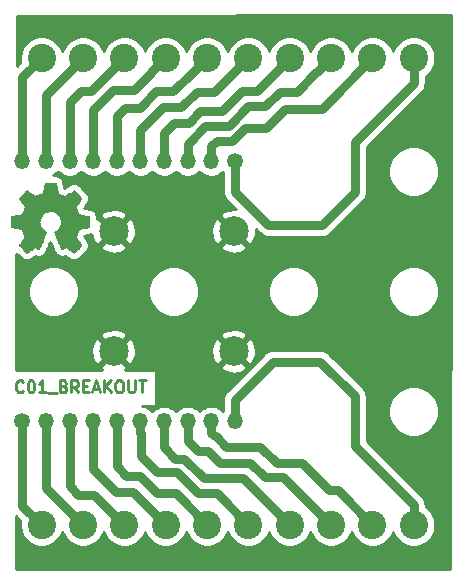
<source format=gbr>
G04 #@! TF.GenerationSoftware,KiCad,Pcbnew,5.1.5-52549c5~86~ubuntu18.04.1*
G04 #@! TF.CreationDate,2020-09-07T14:49:02-05:00*
G04 #@! TF.ProjectId,C01,4330312e-6b69-4636-9164-5f7063625858,rev?*
G04 #@! TF.SameCoordinates,Original*
G04 #@! TF.FileFunction,Copper,L1,Top*
G04 #@! TF.FilePolarity,Positive*
%FSLAX46Y46*%
G04 Gerber Fmt 4.6, Leading zero omitted, Abs format (unit mm)*
G04 Created by KiCad (PCBNEW 5.1.5-52549c5~86~ubuntu18.04.1) date 2020-09-07 14:49:02*
%MOMM*%
%LPD*%
G04 APERTURE LIST*
%ADD10C,0.250000*%
%ADD11C,0.010000*%
%ADD12O,1.350000X1.350000*%
%ADD13C,1.350000*%
%ADD14C,2.400000*%
%ADD15C,2.499360*%
%ADD16C,0.750000*%
%ADD17C,0.254000*%
G04 APERTURE END LIST*
D10*
X21227066Y-52579542D02*
X21179447Y-52627161D01*
X21036590Y-52674780D01*
X20941352Y-52674780D01*
X20798495Y-52627161D01*
X20703257Y-52531923D01*
X20655638Y-52436685D01*
X20608019Y-52246209D01*
X20608019Y-52103352D01*
X20655638Y-51912876D01*
X20703257Y-51817638D01*
X20798495Y-51722400D01*
X20941352Y-51674780D01*
X21036590Y-51674780D01*
X21179447Y-51722400D01*
X21227066Y-51770019D01*
X21846114Y-51674780D02*
X21941352Y-51674780D01*
X22036590Y-51722400D01*
X22084209Y-51770019D01*
X22131828Y-51865257D01*
X22179447Y-52055733D01*
X22179447Y-52293828D01*
X22131828Y-52484304D01*
X22084209Y-52579542D01*
X22036590Y-52627161D01*
X21941352Y-52674780D01*
X21846114Y-52674780D01*
X21750876Y-52627161D01*
X21703257Y-52579542D01*
X21655638Y-52484304D01*
X21608019Y-52293828D01*
X21608019Y-52055733D01*
X21655638Y-51865257D01*
X21703257Y-51770019D01*
X21750876Y-51722400D01*
X21846114Y-51674780D01*
X23131828Y-52674780D02*
X22560400Y-52674780D01*
X22846114Y-52674780D02*
X22846114Y-51674780D01*
X22750876Y-51817638D01*
X22655638Y-51912876D01*
X22560400Y-51960495D01*
X23322304Y-52770019D02*
X24084209Y-52770019D01*
X24655638Y-52150971D02*
X24798495Y-52198590D01*
X24846114Y-52246209D01*
X24893733Y-52341447D01*
X24893733Y-52484304D01*
X24846114Y-52579542D01*
X24798495Y-52627161D01*
X24703257Y-52674780D01*
X24322304Y-52674780D01*
X24322304Y-51674780D01*
X24655638Y-51674780D01*
X24750876Y-51722400D01*
X24798495Y-51770019D01*
X24846114Y-51865257D01*
X24846114Y-51960495D01*
X24798495Y-52055733D01*
X24750876Y-52103352D01*
X24655638Y-52150971D01*
X24322304Y-52150971D01*
X25893733Y-52674780D02*
X25560400Y-52198590D01*
X25322304Y-52674780D02*
X25322304Y-51674780D01*
X25703257Y-51674780D01*
X25798495Y-51722400D01*
X25846114Y-51770019D01*
X25893733Y-51865257D01*
X25893733Y-52008114D01*
X25846114Y-52103352D01*
X25798495Y-52150971D01*
X25703257Y-52198590D01*
X25322304Y-52198590D01*
X26322304Y-52150971D02*
X26655638Y-52150971D01*
X26798495Y-52674780D02*
X26322304Y-52674780D01*
X26322304Y-51674780D01*
X26798495Y-51674780D01*
X27179447Y-52389066D02*
X27655638Y-52389066D01*
X27084209Y-52674780D02*
X27417542Y-51674780D01*
X27750876Y-52674780D01*
X28084209Y-52674780D02*
X28084209Y-51674780D01*
X28655638Y-52674780D02*
X28227066Y-52103352D01*
X28655638Y-51674780D02*
X28084209Y-52246209D01*
X29274685Y-51674780D02*
X29465161Y-51674780D01*
X29560400Y-51722400D01*
X29655638Y-51817638D01*
X29703257Y-52008114D01*
X29703257Y-52341447D01*
X29655638Y-52531923D01*
X29560400Y-52627161D01*
X29465161Y-52674780D01*
X29274685Y-52674780D01*
X29179447Y-52627161D01*
X29084209Y-52531923D01*
X29036590Y-52341447D01*
X29036590Y-52008114D01*
X29084209Y-51817638D01*
X29179447Y-51722400D01*
X29274685Y-51674780D01*
X30131828Y-51674780D02*
X30131828Y-52484304D01*
X30179447Y-52579542D01*
X30227066Y-52627161D01*
X30322304Y-52674780D01*
X30512780Y-52674780D01*
X30608019Y-52627161D01*
X30655638Y-52579542D01*
X30703257Y-52484304D01*
X30703257Y-51674780D01*
X31036590Y-51674780D02*
X31608019Y-51674780D01*
X31322304Y-52674780D02*
X31322304Y-51674780D01*
D11*
G36*
X24076214Y-35391131D02*
G01*
X24160035Y-35835755D01*
X24469320Y-35963253D01*
X24778606Y-36090751D01*
X25149646Y-35838446D01*
X25253557Y-35768196D01*
X25347487Y-35705472D01*
X25427052Y-35653138D01*
X25487870Y-35614057D01*
X25525557Y-35591093D01*
X25535821Y-35586142D01*
X25554310Y-35598876D01*
X25593820Y-35634082D01*
X25649922Y-35687262D01*
X25718187Y-35753918D01*
X25794186Y-35829554D01*
X25873492Y-35909672D01*
X25951675Y-35989774D01*
X26024307Y-36065364D01*
X26086959Y-36131945D01*
X26135203Y-36185018D01*
X26164610Y-36220087D01*
X26171641Y-36231823D01*
X26161523Y-36253460D01*
X26133159Y-36300862D01*
X26089529Y-36369393D01*
X26033618Y-36454415D01*
X25968406Y-36551293D01*
X25930619Y-36606550D01*
X25861743Y-36707448D01*
X25800540Y-36798499D01*
X25749978Y-36875170D01*
X25713028Y-36932928D01*
X25692658Y-36967243D01*
X25689597Y-36974454D01*
X25696536Y-36994948D01*
X25715451Y-37042713D01*
X25743487Y-37111032D01*
X25777791Y-37193189D01*
X25815509Y-37282470D01*
X25853787Y-37372158D01*
X25889770Y-37455538D01*
X25920606Y-37525894D01*
X25943439Y-37576510D01*
X25955417Y-37600671D01*
X25956124Y-37601622D01*
X25974931Y-37606236D01*
X26025018Y-37616528D01*
X26101193Y-37631487D01*
X26198265Y-37650101D01*
X26311043Y-37671359D01*
X26376842Y-37683618D01*
X26497350Y-37706562D01*
X26606197Y-37728395D01*
X26697876Y-37747922D01*
X26766881Y-37763948D01*
X26807704Y-37775279D01*
X26815911Y-37778874D01*
X26823948Y-37803206D01*
X26830433Y-37858159D01*
X26835370Y-37937308D01*
X26838764Y-38034226D01*
X26840618Y-38142487D01*
X26840938Y-38255665D01*
X26839727Y-38367335D01*
X26836990Y-38471068D01*
X26832731Y-38560441D01*
X26826955Y-38629026D01*
X26819667Y-38670397D01*
X26815295Y-38679010D01*
X26789164Y-38689333D01*
X26733793Y-38704092D01*
X26656507Y-38721552D01*
X26564630Y-38739980D01*
X26532558Y-38745941D01*
X26377924Y-38774266D01*
X26255775Y-38797076D01*
X26162073Y-38815280D01*
X26092784Y-38829783D01*
X26043871Y-38841492D01*
X26011297Y-38851315D01*
X25991028Y-38860156D01*
X25979026Y-38868924D01*
X25977347Y-38870657D01*
X25960584Y-38898571D01*
X25935014Y-38952895D01*
X25903188Y-39026977D01*
X25867660Y-39114165D01*
X25830983Y-39207808D01*
X25795711Y-39301252D01*
X25764396Y-39387847D01*
X25739593Y-39460940D01*
X25723854Y-39513878D01*
X25719732Y-39540011D01*
X25720076Y-39540926D01*
X25734041Y-39562286D01*
X25765722Y-39609284D01*
X25811791Y-39677027D01*
X25868918Y-39760623D01*
X25933773Y-39855182D01*
X25952243Y-39882054D01*
X26018099Y-39979475D01*
X26076050Y-40068363D01*
X26122938Y-40143612D01*
X26155607Y-40200120D01*
X26170900Y-40232781D01*
X26171641Y-40236793D01*
X26158792Y-40257884D01*
X26123288Y-40299664D01*
X26069693Y-40357645D01*
X26002571Y-40427335D01*
X25926487Y-40504245D01*
X25846004Y-40583883D01*
X25765687Y-40661761D01*
X25690099Y-40733386D01*
X25623805Y-40794270D01*
X25571369Y-40839921D01*
X25537355Y-40865850D01*
X25527945Y-40870083D01*
X25506043Y-40860112D01*
X25461200Y-40833220D01*
X25400721Y-40793936D01*
X25354189Y-40762317D01*
X25269875Y-40704298D01*
X25170026Y-40635984D01*
X25069873Y-40567779D01*
X25016027Y-40531275D01*
X24833771Y-40408000D01*
X24680781Y-40490720D01*
X24611082Y-40526959D01*
X24551814Y-40555126D01*
X24511711Y-40571191D01*
X24501503Y-40573426D01*
X24489229Y-40556922D01*
X24465013Y-40510282D01*
X24430663Y-40437809D01*
X24387988Y-40343806D01*
X24338794Y-40232574D01*
X24284890Y-40108415D01*
X24228084Y-39975632D01*
X24170182Y-39838527D01*
X24112993Y-39701402D01*
X24058324Y-39568558D01*
X24007984Y-39444298D01*
X23963780Y-39332925D01*
X23927519Y-39238739D01*
X23901009Y-39166044D01*
X23886058Y-39119141D01*
X23883654Y-39103033D01*
X23902711Y-39082486D01*
X23944436Y-39049133D01*
X24000106Y-39009902D01*
X24004778Y-39006799D01*
X24148664Y-38891623D01*
X24264683Y-38757253D01*
X24351830Y-38607984D01*
X24409099Y-38448113D01*
X24435486Y-38281937D01*
X24429985Y-38113752D01*
X24391590Y-37947855D01*
X24319295Y-37788542D01*
X24298026Y-37753687D01*
X24187396Y-37612937D01*
X24056702Y-37499914D01*
X23910464Y-37415203D01*
X23753208Y-37359394D01*
X23589457Y-37333074D01*
X23423733Y-37336830D01*
X23260562Y-37371250D01*
X23104465Y-37436923D01*
X22959967Y-37534435D01*
X22915269Y-37574013D01*
X22801512Y-37697903D01*
X22718618Y-37828324D01*
X22661756Y-37974515D01*
X22630087Y-38119288D01*
X22622269Y-38282060D01*
X22648338Y-38445640D01*
X22705645Y-38604498D01*
X22791544Y-38753106D01*
X22903386Y-38885935D01*
X23038523Y-38997456D01*
X23056283Y-39009211D01*
X23112550Y-39047708D01*
X23155323Y-39081063D01*
X23175772Y-39102360D01*
X23176069Y-39103033D01*
X23171679Y-39126071D01*
X23154276Y-39178357D01*
X23125668Y-39255590D01*
X23087665Y-39353468D01*
X23042074Y-39467691D01*
X22990703Y-39593958D01*
X22935362Y-39727967D01*
X22877858Y-39865418D01*
X22820001Y-40002008D01*
X22763598Y-40133437D01*
X22710458Y-40255405D01*
X22662390Y-40363609D01*
X22621201Y-40453749D01*
X22588701Y-40521523D01*
X22566697Y-40562630D01*
X22557836Y-40573426D01*
X22530760Y-40565019D01*
X22480097Y-40542472D01*
X22414583Y-40509813D01*
X22378559Y-40490720D01*
X22225568Y-40408000D01*
X22043312Y-40531275D01*
X21950275Y-40594428D01*
X21848415Y-40663927D01*
X21752962Y-40729365D01*
X21705150Y-40762317D01*
X21637905Y-40807473D01*
X21580964Y-40843257D01*
X21541754Y-40865138D01*
X21529019Y-40869763D01*
X21510483Y-40857285D01*
X21469459Y-40822452D01*
X21409925Y-40768878D01*
X21335858Y-40700183D01*
X21251235Y-40619981D01*
X21197715Y-40568486D01*
X21104081Y-40476486D01*
X21023159Y-40394199D01*
X20958223Y-40325145D01*
X20912542Y-40272844D01*
X20889389Y-40240816D01*
X20887168Y-40234316D01*
X20897476Y-40209594D01*
X20925961Y-40159605D01*
X20969463Y-40089412D01*
X21024823Y-40004075D01*
X21088880Y-39908656D01*
X21107097Y-39882054D01*
X21173473Y-39785367D01*
X21233022Y-39698317D01*
X21282416Y-39625795D01*
X21318325Y-39572693D01*
X21337419Y-39543903D01*
X21339264Y-39540926D01*
X21336505Y-39517982D01*
X21321862Y-39467536D01*
X21297887Y-39396241D01*
X21267134Y-39310747D01*
X21232156Y-39217707D01*
X21195507Y-39123774D01*
X21159739Y-39035599D01*
X21127406Y-38959834D01*
X21101062Y-38903131D01*
X21083258Y-38872143D01*
X21081993Y-38870657D01*
X21071106Y-38861801D01*
X21052718Y-38853043D01*
X21022794Y-38843477D01*
X20977297Y-38832196D01*
X20912191Y-38818293D01*
X20823439Y-38800863D01*
X20707007Y-38778998D01*
X20558858Y-38751791D01*
X20526782Y-38745941D01*
X20431714Y-38727574D01*
X20348835Y-38709605D01*
X20285470Y-38693769D01*
X20248942Y-38681800D01*
X20244044Y-38679010D01*
X20235973Y-38654272D01*
X20229413Y-38598990D01*
X20224367Y-38519589D01*
X20220841Y-38422496D01*
X20218839Y-38314138D01*
X20218364Y-38200940D01*
X20219423Y-38089328D01*
X20222018Y-37985729D01*
X20226154Y-37896568D01*
X20231837Y-37828272D01*
X20239069Y-37787266D01*
X20243429Y-37778874D01*
X20267702Y-37770408D01*
X20322974Y-37756635D01*
X20403738Y-37738750D01*
X20504488Y-37717948D01*
X20619717Y-37695423D01*
X20682498Y-37683618D01*
X20801613Y-37661351D01*
X20907835Y-37641179D01*
X20995973Y-37624115D01*
X21060834Y-37611169D01*
X21097226Y-37603355D01*
X21103216Y-37601622D01*
X21113339Y-37582090D01*
X21134738Y-37535043D01*
X21164561Y-37467203D01*
X21199955Y-37385291D01*
X21238068Y-37296028D01*
X21276047Y-37206135D01*
X21311040Y-37122335D01*
X21340194Y-37051347D01*
X21360657Y-36999894D01*
X21369577Y-36974697D01*
X21369743Y-36973596D01*
X21359631Y-36953719D01*
X21331283Y-36907977D01*
X21287677Y-36840917D01*
X21231794Y-36757084D01*
X21166613Y-36661026D01*
X21128721Y-36605850D01*
X21059675Y-36504681D01*
X20998350Y-36412830D01*
X20947737Y-36334944D01*
X20910829Y-36275669D01*
X20890618Y-36239651D01*
X20887699Y-36231577D01*
X20900247Y-36212784D01*
X20934937Y-36172657D01*
X20987337Y-36115693D01*
X21053016Y-36046385D01*
X21127544Y-35969231D01*
X21206487Y-35888725D01*
X21285417Y-35809363D01*
X21359900Y-35735640D01*
X21425506Y-35672052D01*
X21477804Y-35623094D01*
X21512361Y-35593261D01*
X21523922Y-35586142D01*
X21542746Y-35596153D01*
X21587769Y-35624278D01*
X21654613Y-35667654D01*
X21738901Y-35723418D01*
X21836256Y-35788706D01*
X21909693Y-35838446D01*
X22280733Y-36090751D01*
X22899305Y-35835755D01*
X22983125Y-35391131D01*
X23066946Y-34946507D01*
X23992394Y-34946507D01*
X24076214Y-35391131D01*
G37*
X24076214Y-35391131D02*
X24160035Y-35835755D01*
X24469320Y-35963253D01*
X24778606Y-36090751D01*
X25149646Y-35838446D01*
X25253557Y-35768196D01*
X25347487Y-35705472D01*
X25427052Y-35653138D01*
X25487870Y-35614057D01*
X25525557Y-35591093D01*
X25535821Y-35586142D01*
X25554310Y-35598876D01*
X25593820Y-35634082D01*
X25649922Y-35687262D01*
X25718187Y-35753918D01*
X25794186Y-35829554D01*
X25873492Y-35909672D01*
X25951675Y-35989774D01*
X26024307Y-36065364D01*
X26086959Y-36131945D01*
X26135203Y-36185018D01*
X26164610Y-36220087D01*
X26171641Y-36231823D01*
X26161523Y-36253460D01*
X26133159Y-36300862D01*
X26089529Y-36369393D01*
X26033618Y-36454415D01*
X25968406Y-36551293D01*
X25930619Y-36606550D01*
X25861743Y-36707448D01*
X25800540Y-36798499D01*
X25749978Y-36875170D01*
X25713028Y-36932928D01*
X25692658Y-36967243D01*
X25689597Y-36974454D01*
X25696536Y-36994948D01*
X25715451Y-37042713D01*
X25743487Y-37111032D01*
X25777791Y-37193189D01*
X25815509Y-37282470D01*
X25853787Y-37372158D01*
X25889770Y-37455538D01*
X25920606Y-37525894D01*
X25943439Y-37576510D01*
X25955417Y-37600671D01*
X25956124Y-37601622D01*
X25974931Y-37606236D01*
X26025018Y-37616528D01*
X26101193Y-37631487D01*
X26198265Y-37650101D01*
X26311043Y-37671359D01*
X26376842Y-37683618D01*
X26497350Y-37706562D01*
X26606197Y-37728395D01*
X26697876Y-37747922D01*
X26766881Y-37763948D01*
X26807704Y-37775279D01*
X26815911Y-37778874D01*
X26823948Y-37803206D01*
X26830433Y-37858159D01*
X26835370Y-37937308D01*
X26838764Y-38034226D01*
X26840618Y-38142487D01*
X26840938Y-38255665D01*
X26839727Y-38367335D01*
X26836990Y-38471068D01*
X26832731Y-38560441D01*
X26826955Y-38629026D01*
X26819667Y-38670397D01*
X26815295Y-38679010D01*
X26789164Y-38689333D01*
X26733793Y-38704092D01*
X26656507Y-38721552D01*
X26564630Y-38739980D01*
X26532558Y-38745941D01*
X26377924Y-38774266D01*
X26255775Y-38797076D01*
X26162073Y-38815280D01*
X26092784Y-38829783D01*
X26043871Y-38841492D01*
X26011297Y-38851315D01*
X25991028Y-38860156D01*
X25979026Y-38868924D01*
X25977347Y-38870657D01*
X25960584Y-38898571D01*
X25935014Y-38952895D01*
X25903188Y-39026977D01*
X25867660Y-39114165D01*
X25830983Y-39207808D01*
X25795711Y-39301252D01*
X25764396Y-39387847D01*
X25739593Y-39460940D01*
X25723854Y-39513878D01*
X25719732Y-39540011D01*
X25720076Y-39540926D01*
X25734041Y-39562286D01*
X25765722Y-39609284D01*
X25811791Y-39677027D01*
X25868918Y-39760623D01*
X25933773Y-39855182D01*
X25952243Y-39882054D01*
X26018099Y-39979475D01*
X26076050Y-40068363D01*
X26122938Y-40143612D01*
X26155607Y-40200120D01*
X26170900Y-40232781D01*
X26171641Y-40236793D01*
X26158792Y-40257884D01*
X26123288Y-40299664D01*
X26069693Y-40357645D01*
X26002571Y-40427335D01*
X25926487Y-40504245D01*
X25846004Y-40583883D01*
X25765687Y-40661761D01*
X25690099Y-40733386D01*
X25623805Y-40794270D01*
X25571369Y-40839921D01*
X25537355Y-40865850D01*
X25527945Y-40870083D01*
X25506043Y-40860112D01*
X25461200Y-40833220D01*
X25400721Y-40793936D01*
X25354189Y-40762317D01*
X25269875Y-40704298D01*
X25170026Y-40635984D01*
X25069873Y-40567779D01*
X25016027Y-40531275D01*
X24833771Y-40408000D01*
X24680781Y-40490720D01*
X24611082Y-40526959D01*
X24551814Y-40555126D01*
X24511711Y-40571191D01*
X24501503Y-40573426D01*
X24489229Y-40556922D01*
X24465013Y-40510282D01*
X24430663Y-40437809D01*
X24387988Y-40343806D01*
X24338794Y-40232574D01*
X24284890Y-40108415D01*
X24228084Y-39975632D01*
X24170182Y-39838527D01*
X24112993Y-39701402D01*
X24058324Y-39568558D01*
X24007984Y-39444298D01*
X23963780Y-39332925D01*
X23927519Y-39238739D01*
X23901009Y-39166044D01*
X23886058Y-39119141D01*
X23883654Y-39103033D01*
X23902711Y-39082486D01*
X23944436Y-39049133D01*
X24000106Y-39009902D01*
X24004778Y-39006799D01*
X24148664Y-38891623D01*
X24264683Y-38757253D01*
X24351830Y-38607984D01*
X24409099Y-38448113D01*
X24435486Y-38281937D01*
X24429985Y-38113752D01*
X24391590Y-37947855D01*
X24319295Y-37788542D01*
X24298026Y-37753687D01*
X24187396Y-37612937D01*
X24056702Y-37499914D01*
X23910464Y-37415203D01*
X23753208Y-37359394D01*
X23589457Y-37333074D01*
X23423733Y-37336830D01*
X23260562Y-37371250D01*
X23104465Y-37436923D01*
X22959967Y-37534435D01*
X22915269Y-37574013D01*
X22801512Y-37697903D01*
X22718618Y-37828324D01*
X22661756Y-37974515D01*
X22630087Y-38119288D01*
X22622269Y-38282060D01*
X22648338Y-38445640D01*
X22705645Y-38604498D01*
X22791544Y-38753106D01*
X22903386Y-38885935D01*
X23038523Y-38997456D01*
X23056283Y-39009211D01*
X23112550Y-39047708D01*
X23155323Y-39081063D01*
X23175772Y-39102360D01*
X23176069Y-39103033D01*
X23171679Y-39126071D01*
X23154276Y-39178357D01*
X23125668Y-39255590D01*
X23087665Y-39353468D01*
X23042074Y-39467691D01*
X22990703Y-39593958D01*
X22935362Y-39727967D01*
X22877858Y-39865418D01*
X22820001Y-40002008D01*
X22763598Y-40133437D01*
X22710458Y-40255405D01*
X22662390Y-40363609D01*
X22621201Y-40453749D01*
X22588701Y-40521523D01*
X22566697Y-40562630D01*
X22557836Y-40573426D01*
X22530760Y-40565019D01*
X22480097Y-40542472D01*
X22414583Y-40509813D01*
X22378559Y-40490720D01*
X22225568Y-40408000D01*
X22043312Y-40531275D01*
X21950275Y-40594428D01*
X21848415Y-40663927D01*
X21752962Y-40729365D01*
X21705150Y-40762317D01*
X21637905Y-40807473D01*
X21580964Y-40843257D01*
X21541754Y-40865138D01*
X21529019Y-40869763D01*
X21510483Y-40857285D01*
X21469459Y-40822452D01*
X21409925Y-40768878D01*
X21335858Y-40700183D01*
X21251235Y-40619981D01*
X21197715Y-40568486D01*
X21104081Y-40476486D01*
X21023159Y-40394199D01*
X20958223Y-40325145D01*
X20912542Y-40272844D01*
X20889389Y-40240816D01*
X20887168Y-40234316D01*
X20897476Y-40209594D01*
X20925961Y-40159605D01*
X20969463Y-40089412D01*
X21024823Y-40004075D01*
X21088880Y-39908656D01*
X21107097Y-39882054D01*
X21173473Y-39785367D01*
X21233022Y-39698317D01*
X21282416Y-39625795D01*
X21318325Y-39572693D01*
X21337419Y-39543903D01*
X21339264Y-39540926D01*
X21336505Y-39517982D01*
X21321862Y-39467536D01*
X21297887Y-39396241D01*
X21267134Y-39310747D01*
X21232156Y-39217707D01*
X21195507Y-39123774D01*
X21159739Y-39035599D01*
X21127406Y-38959834D01*
X21101062Y-38903131D01*
X21083258Y-38872143D01*
X21081993Y-38870657D01*
X21071106Y-38861801D01*
X21052718Y-38853043D01*
X21022794Y-38843477D01*
X20977297Y-38832196D01*
X20912191Y-38818293D01*
X20823439Y-38800863D01*
X20707007Y-38778998D01*
X20558858Y-38751791D01*
X20526782Y-38745941D01*
X20431714Y-38727574D01*
X20348835Y-38709605D01*
X20285470Y-38693769D01*
X20248942Y-38681800D01*
X20244044Y-38679010D01*
X20235973Y-38654272D01*
X20229413Y-38598990D01*
X20224367Y-38519589D01*
X20220841Y-38422496D01*
X20218839Y-38314138D01*
X20218364Y-38200940D01*
X20219423Y-38089328D01*
X20222018Y-37985729D01*
X20226154Y-37896568D01*
X20231837Y-37828272D01*
X20239069Y-37787266D01*
X20243429Y-37778874D01*
X20267702Y-37770408D01*
X20322974Y-37756635D01*
X20403738Y-37738750D01*
X20504488Y-37717948D01*
X20619717Y-37695423D01*
X20682498Y-37683618D01*
X20801613Y-37661351D01*
X20907835Y-37641179D01*
X20995973Y-37624115D01*
X21060834Y-37611169D01*
X21097226Y-37603355D01*
X21103216Y-37601622D01*
X21113339Y-37582090D01*
X21134738Y-37535043D01*
X21164561Y-37467203D01*
X21199955Y-37385291D01*
X21238068Y-37296028D01*
X21276047Y-37206135D01*
X21311040Y-37122335D01*
X21340194Y-37051347D01*
X21360657Y-36999894D01*
X21369577Y-36974697D01*
X21369743Y-36973596D01*
X21359631Y-36953719D01*
X21331283Y-36907977D01*
X21287677Y-36840917D01*
X21231794Y-36757084D01*
X21166613Y-36661026D01*
X21128721Y-36605850D01*
X21059675Y-36504681D01*
X20998350Y-36412830D01*
X20947737Y-36334944D01*
X20910829Y-36275669D01*
X20890618Y-36239651D01*
X20887699Y-36231577D01*
X20900247Y-36212784D01*
X20934937Y-36172657D01*
X20987337Y-36115693D01*
X21053016Y-36046385D01*
X21127544Y-35969231D01*
X21206487Y-35888725D01*
X21285417Y-35809363D01*
X21359900Y-35735640D01*
X21425506Y-35672052D01*
X21477804Y-35623094D01*
X21512361Y-35593261D01*
X21523922Y-35586142D01*
X21542746Y-35596153D01*
X21587769Y-35624278D01*
X21654613Y-35667654D01*
X21738901Y-35723418D01*
X21836256Y-35788706D01*
X21909693Y-35838446D01*
X22280733Y-36090751D01*
X22899305Y-35835755D01*
X22983125Y-35391131D01*
X23066946Y-34946507D01*
X23992394Y-34946507D01*
X24076214Y-35391131D01*
D12*
X39166800Y-55130000D03*
X37166800Y-55130000D03*
X35166800Y-55130000D03*
X33166800Y-55130000D03*
X31166800Y-55130000D03*
X29166800Y-55130000D03*
X27166800Y-55130000D03*
X25166800Y-55130000D03*
X23166800Y-55130000D03*
D13*
X21166800Y-55130000D03*
D12*
X21166800Y-33130000D03*
X23166800Y-33130000D03*
X25166800Y-33130000D03*
X27166800Y-33130000D03*
X29166800Y-33130000D03*
X31166800Y-33130000D03*
X33166800Y-33130000D03*
X35166800Y-33130000D03*
X37166800Y-33130000D03*
D13*
X39166800Y-33130000D03*
D14*
X54305200Y-63901400D03*
X50805200Y-63901400D03*
X47305200Y-63901400D03*
X43805200Y-63901400D03*
X40305200Y-63901400D03*
X36805200Y-63901400D03*
X33305200Y-63901400D03*
X29805200Y-63901400D03*
X26305200Y-63901400D03*
X22805200Y-63901400D03*
X22805200Y-24358600D03*
X26305200Y-24358600D03*
X29805200Y-24358600D03*
X33305200Y-24358600D03*
X36805200Y-24358600D03*
X40305200Y-24358600D03*
X43805200Y-24358600D03*
X47305200Y-24358600D03*
X50805200Y-24358600D03*
X54305200Y-24358600D03*
D15*
X39050000Y-49210000D03*
X39050000Y-39050000D03*
X28890000Y-49210000D03*
X28890000Y-39050000D03*
D16*
X21166800Y-25997000D02*
X22805200Y-24358600D01*
X21166800Y-33130000D02*
X21166800Y-25997000D01*
X23166800Y-27497000D02*
X23166800Y-33130000D01*
X26305200Y-24358600D02*
X23166800Y-27497000D01*
X28605201Y-25558599D02*
X28568801Y-25558599D01*
X29805200Y-24358600D02*
X28605201Y-25558599D01*
X28568801Y-25558599D02*
X26949400Y-27178000D01*
X26949400Y-27178000D02*
X26111200Y-27178000D01*
X25166800Y-28122400D02*
X25166800Y-33130000D01*
X26111200Y-27178000D02*
X25166800Y-28122400D01*
X32105201Y-25558599D02*
X32105201Y-25603599D01*
X33305200Y-24358600D02*
X32105201Y-25558599D01*
X32105201Y-25603599D02*
X30632400Y-27076400D01*
X30632400Y-27076400D02*
X28879800Y-27076400D01*
X27166800Y-28789400D02*
X27166800Y-33130000D01*
X28879800Y-27076400D02*
X27166800Y-28789400D01*
X35605201Y-25558599D02*
X35579201Y-25558599D01*
X36805200Y-24358600D02*
X35605201Y-25558599D01*
X35579201Y-25558599D02*
X33959800Y-27178000D01*
X33959800Y-27178000D02*
X32512000Y-27178000D01*
X32512000Y-27178000D02*
X31115000Y-28575000D01*
X31115000Y-28575000D02*
X29845000Y-28575000D01*
X29166800Y-29253200D02*
X29166800Y-33130000D01*
X29845000Y-28575000D02*
X29166800Y-29253200D01*
X31166800Y-30504400D02*
X31166800Y-33130000D01*
X34620200Y-28549600D02*
X33121600Y-28549600D01*
X35920200Y-27249600D02*
X34620200Y-28549600D01*
X40305200Y-24358600D02*
X37414200Y-27249600D01*
X33121600Y-28549600D02*
X31166800Y-30504400D01*
X37414200Y-27249600D02*
X35920200Y-27249600D01*
X43805200Y-24358600D02*
X41011200Y-27152600D01*
X41011200Y-27152600D02*
X39776400Y-27152600D01*
X39776400Y-27152600D02*
X38049200Y-28879800D01*
X38049200Y-28879800D02*
X36245800Y-28879800D01*
X36245800Y-28879800D02*
X35255200Y-29870400D01*
X35255200Y-29870400D02*
X34010600Y-29870400D01*
X33166800Y-30714200D02*
X33166800Y-33130000D01*
X34010600Y-29870400D02*
X33166800Y-30714200D01*
X46105201Y-25558599D02*
X46069401Y-25558599D01*
X47305200Y-24358600D02*
X46105201Y-25558599D01*
X46069401Y-25558599D02*
X44399200Y-27228800D01*
X44399200Y-27228800D02*
X42951400Y-27228800D01*
X42951400Y-27228800D02*
X41706800Y-28473400D01*
X41706800Y-28473400D02*
X40309800Y-28473400D01*
X40309800Y-28473400D02*
X38633400Y-30149800D01*
X38633400Y-30149800D02*
X36626800Y-30149800D01*
X35166800Y-31609800D02*
X35166800Y-33130000D01*
X36626800Y-30149800D02*
X35166800Y-31609800D01*
X50805200Y-24358600D02*
X46512600Y-28651200D01*
X46512600Y-28651200D02*
X43434000Y-28651200D01*
X43434000Y-28651200D02*
X41808400Y-30276800D01*
X41808400Y-30276800D02*
X40030400Y-30276800D01*
X40030400Y-30276800D02*
X38938200Y-31369000D01*
X38938200Y-31369000D02*
X37642800Y-31369000D01*
X37166800Y-31845000D02*
X37166800Y-33130000D01*
X37642800Y-31369000D02*
X37166800Y-31845000D01*
X39166800Y-33130000D02*
X39166800Y-35687000D01*
X39166800Y-35687000D02*
X41986200Y-38506400D01*
X41986200Y-38506400D02*
X46558200Y-38506400D01*
X46558200Y-38506400D02*
X49352200Y-35712400D01*
X49352200Y-35712400D02*
X49352200Y-31445200D01*
X54305200Y-26492200D02*
X54305200Y-24358600D01*
X49352200Y-31445200D02*
X54305200Y-26492200D01*
X39166800Y-53289200D02*
X39166800Y-55130000D01*
X54305200Y-62204344D02*
X49301400Y-57200544D01*
X54305200Y-63901400D02*
X54305200Y-62204344D01*
X49301400Y-53009800D02*
X46380400Y-50088800D01*
X49301400Y-57200544D02*
X49301400Y-53009800D01*
X46380400Y-50088800D02*
X42367200Y-50088800D01*
X42367200Y-50088800D02*
X39166800Y-53289200D01*
X47889200Y-60985400D02*
X50805200Y-63901400D01*
X47167800Y-60985400D02*
X47889200Y-60985400D01*
X44856400Y-58674000D02*
X47167800Y-60985400D01*
X42722800Y-58674000D02*
X44856400Y-58674000D01*
X37166800Y-56084594D02*
X37495606Y-56413400D01*
X37166800Y-55130000D02*
X37166800Y-56084594D01*
X37495606Y-56413400D02*
X37541200Y-56413400D01*
X37541200Y-56413400D02*
X38404800Y-57277000D01*
X38404800Y-57277000D02*
X41325800Y-57277000D01*
X41325800Y-57277000D02*
X42722800Y-58674000D01*
X43238500Y-59834700D02*
X47305200Y-63901400D01*
X35166800Y-56833000D02*
X36017200Y-57683400D01*
X35166800Y-55130000D02*
X35166800Y-56833000D01*
X36017200Y-57683400D02*
X36931600Y-57683400D01*
X36931600Y-57683400D02*
X37871400Y-58623200D01*
X41699100Y-59834700D02*
X43238500Y-59834700D01*
X40487600Y-58623200D02*
X41699100Y-59834700D01*
X37871400Y-58623200D02*
X40487600Y-58623200D01*
X42605201Y-62701401D02*
X43805200Y-63901400D01*
X33166800Y-57322200D02*
X34137600Y-58293000D01*
X33166800Y-55130000D02*
X33166800Y-57322200D01*
X34137600Y-58293000D02*
X34899600Y-58293000D01*
X34899600Y-58293000D02*
X36576000Y-59969400D01*
X36576000Y-59969400D02*
X39873200Y-59969400D01*
X39873200Y-59969400D02*
X42605201Y-62701401D01*
X37643200Y-61239400D02*
X40305200Y-63901400D01*
X36068000Y-61239400D02*
X37643200Y-61239400D01*
X31166800Y-56084594D02*
X31191200Y-56108994D01*
X31191200Y-56108994D02*
X31191200Y-58039000D01*
X31166800Y-55130000D02*
X31166800Y-56084594D01*
X31191200Y-58039000D02*
X32613600Y-59461400D01*
X32613600Y-59461400D02*
X34290000Y-59461400D01*
X34290000Y-59461400D02*
X36068000Y-61239400D01*
X34143200Y-61239400D02*
X36805200Y-63901400D01*
X32613600Y-61239400D02*
X34143200Y-61239400D01*
X29166800Y-56084594D02*
X29159200Y-56092194D01*
X29159200Y-56092194D02*
X29159200Y-58953400D01*
X29159200Y-58953400D02*
X29972000Y-59766200D01*
X29166800Y-55130000D02*
X29166800Y-56084594D01*
X29972000Y-59766200D02*
X31140400Y-59766200D01*
X31140400Y-59766200D02*
X32613600Y-61239400D01*
X27166800Y-56084594D02*
X27178000Y-56095794D01*
X27166800Y-55130000D02*
X27166800Y-56084594D01*
X27178000Y-56095794D02*
X27178000Y-59207400D01*
X27178000Y-59207400D02*
X29108400Y-61137800D01*
X30541600Y-61137800D02*
X33305200Y-63901400D01*
X29108400Y-61137800D02*
X30541600Y-61137800D01*
X27244800Y-61341000D02*
X29805200Y-63901400D01*
X25908000Y-61341000D02*
X27244800Y-61341000D01*
X25166800Y-55130000D02*
X25166800Y-60599800D01*
X25166800Y-60599800D02*
X25908000Y-61341000D01*
X23166800Y-60763000D02*
X26305200Y-63901400D01*
X23166800Y-55130000D02*
X23166800Y-60763000D01*
X21166800Y-62263000D02*
X22805200Y-63901400D01*
X21166800Y-55130000D02*
X21166800Y-62263000D01*
D17*
G36*
X57440000Y-34373812D02*
G01*
X57404235Y-67600000D01*
X20660000Y-67600000D01*
X20660000Y-63184555D01*
X21007681Y-63532237D01*
X20970200Y-63720668D01*
X20970200Y-64082132D01*
X21040718Y-64436650D01*
X21179044Y-64770599D01*
X21379862Y-65071144D01*
X21635456Y-65326738D01*
X21936001Y-65527556D01*
X22269950Y-65665882D01*
X22624468Y-65736400D01*
X22985932Y-65736400D01*
X23340450Y-65665882D01*
X23674399Y-65527556D01*
X23974944Y-65326738D01*
X24230538Y-65071144D01*
X24431356Y-64770599D01*
X24555200Y-64471613D01*
X24679044Y-64770599D01*
X24879862Y-65071144D01*
X25135456Y-65326738D01*
X25436001Y-65527556D01*
X25769950Y-65665882D01*
X26124468Y-65736400D01*
X26485932Y-65736400D01*
X26840450Y-65665882D01*
X27174399Y-65527556D01*
X27474944Y-65326738D01*
X27730538Y-65071144D01*
X27931356Y-64770599D01*
X28055200Y-64471613D01*
X28179044Y-64770599D01*
X28379862Y-65071144D01*
X28635456Y-65326738D01*
X28936001Y-65527556D01*
X29269950Y-65665882D01*
X29624468Y-65736400D01*
X29985932Y-65736400D01*
X30340450Y-65665882D01*
X30674399Y-65527556D01*
X30974944Y-65326738D01*
X31230538Y-65071144D01*
X31431356Y-64770599D01*
X31555200Y-64471613D01*
X31679044Y-64770599D01*
X31879862Y-65071144D01*
X32135456Y-65326738D01*
X32436001Y-65527556D01*
X32769950Y-65665882D01*
X33124468Y-65736400D01*
X33485932Y-65736400D01*
X33840450Y-65665882D01*
X34174399Y-65527556D01*
X34474944Y-65326738D01*
X34730538Y-65071144D01*
X34931356Y-64770599D01*
X35055200Y-64471613D01*
X35179044Y-64770599D01*
X35379862Y-65071144D01*
X35635456Y-65326738D01*
X35936001Y-65527556D01*
X36269950Y-65665882D01*
X36624468Y-65736400D01*
X36985932Y-65736400D01*
X37340450Y-65665882D01*
X37674399Y-65527556D01*
X37974944Y-65326738D01*
X38230538Y-65071144D01*
X38431356Y-64770599D01*
X38555200Y-64471613D01*
X38679044Y-64770599D01*
X38879862Y-65071144D01*
X39135456Y-65326738D01*
X39436001Y-65527556D01*
X39769950Y-65665882D01*
X40124468Y-65736400D01*
X40485932Y-65736400D01*
X40840450Y-65665882D01*
X41174399Y-65527556D01*
X41474944Y-65326738D01*
X41730538Y-65071144D01*
X41931356Y-64770599D01*
X42055200Y-64471613D01*
X42179044Y-64770599D01*
X42379862Y-65071144D01*
X42635456Y-65326738D01*
X42936001Y-65527556D01*
X43269950Y-65665882D01*
X43624468Y-65736400D01*
X43985932Y-65736400D01*
X44340450Y-65665882D01*
X44674399Y-65527556D01*
X44974944Y-65326738D01*
X45230538Y-65071144D01*
X45431356Y-64770599D01*
X45555200Y-64471613D01*
X45679044Y-64770599D01*
X45879862Y-65071144D01*
X46135456Y-65326738D01*
X46436001Y-65527556D01*
X46769950Y-65665882D01*
X47124468Y-65736400D01*
X47485932Y-65736400D01*
X47840450Y-65665882D01*
X48174399Y-65527556D01*
X48474944Y-65326738D01*
X48730538Y-65071144D01*
X48931356Y-64770599D01*
X49055200Y-64471613D01*
X49179044Y-64770599D01*
X49379862Y-65071144D01*
X49635456Y-65326738D01*
X49936001Y-65527556D01*
X50269950Y-65665882D01*
X50624468Y-65736400D01*
X50985932Y-65736400D01*
X51340450Y-65665882D01*
X51674399Y-65527556D01*
X51974944Y-65326738D01*
X52230538Y-65071144D01*
X52431356Y-64770599D01*
X52555200Y-64471613D01*
X52679044Y-64770599D01*
X52879862Y-65071144D01*
X53135456Y-65326738D01*
X53436001Y-65527556D01*
X53769950Y-65665882D01*
X54124468Y-65736400D01*
X54485932Y-65736400D01*
X54840450Y-65665882D01*
X55174399Y-65527556D01*
X55474944Y-65326738D01*
X55730538Y-65071144D01*
X55931356Y-64770599D01*
X56069682Y-64436650D01*
X56140200Y-64082132D01*
X56140200Y-63720668D01*
X56069682Y-63366150D01*
X55931356Y-63032201D01*
X55730538Y-62731656D01*
X55474944Y-62476062D01*
X55315200Y-62369324D01*
X55315200Y-62253952D01*
X55320086Y-62204344D01*
X55300585Y-62006349D01*
X55242832Y-61815964D01*
X55212055Y-61758385D01*
X55149047Y-61640504D01*
X55022833Y-61486711D01*
X54984300Y-61455088D01*
X50311400Y-56782189D01*
X50311400Y-54079721D01*
X52155000Y-54079721D01*
X52155000Y-54500279D01*
X52237047Y-54912756D01*
X52397988Y-55301302D01*
X52631637Y-55650983D01*
X52929017Y-55948363D01*
X53278698Y-56182012D01*
X53667244Y-56342953D01*
X54079721Y-56425000D01*
X54500279Y-56425000D01*
X54912756Y-56342953D01*
X55301302Y-56182012D01*
X55650983Y-55948363D01*
X55948363Y-55650983D01*
X56182012Y-55301302D01*
X56342953Y-54912756D01*
X56425000Y-54500279D01*
X56425000Y-54079721D01*
X56342953Y-53667244D01*
X56182012Y-53278698D01*
X55948363Y-52929017D01*
X55650983Y-52631637D01*
X55301302Y-52397988D01*
X54912756Y-52237047D01*
X54500279Y-52155000D01*
X54079721Y-52155000D01*
X53667244Y-52237047D01*
X53278698Y-52397988D01*
X52929017Y-52631637D01*
X52631637Y-52929017D01*
X52397988Y-53278698D01*
X52237047Y-53667244D01*
X52155000Y-54079721D01*
X50311400Y-54079721D01*
X50311400Y-53059408D01*
X50316286Y-53009800D01*
X50296785Y-52811805D01*
X50239032Y-52621420D01*
X50145246Y-52445959D01*
X50105878Y-52397988D01*
X50019033Y-52292167D01*
X49980500Y-52260544D01*
X47129661Y-49409706D01*
X47098033Y-49371167D01*
X46944240Y-49244953D01*
X46768780Y-49151168D01*
X46578394Y-49093415D01*
X46430008Y-49078800D01*
X46380400Y-49073914D01*
X46330792Y-49078800D01*
X42416804Y-49078800D01*
X42367199Y-49073914D01*
X42317594Y-49078800D01*
X42317592Y-49078800D01*
X42169206Y-49093415D01*
X41978820Y-49151168D01*
X41803360Y-49244953D01*
X41649567Y-49371167D01*
X41617939Y-49409706D01*
X38487706Y-52539939D01*
X38449167Y-52571567D01*
X38322953Y-52725360D01*
X38229169Y-52900820D01*
X38229168Y-52900821D01*
X38171415Y-53091206D01*
X38151914Y-53289200D01*
X38156800Y-53338808D01*
X38156801Y-54267380D01*
X38001877Y-54112456D01*
X37787318Y-53969093D01*
X37548913Y-53870342D01*
X37295824Y-53820000D01*
X37037776Y-53820000D01*
X36784687Y-53870342D01*
X36546282Y-53969093D01*
X36331723Y-54112456D01*
X36166800Y-54277379D01*
X36001877Y-54112456D01*
X35787318Y-53969093D01*
X35548913Y-53870342D01*
X35295824Y-53820000D01*
X35037776Y-53820000D01*
X34784687Y-53870342D01*
X34546282Y-53969093D01*
X34331723Y-54112456D01*
X34166800Y-54277379D01*
X34001877Y-54112456D01*
X33787318Y-53969093D01*
X33548913Y-53870342D01*
X33295824Y-53820000D01*
X33037776Y-53820000D01*
X32784687Y-53870342D01*
X32546282Y-53969093D01*
X32331723Y-54112456D01*
X32166800Y-54277379D01*
X32001877Y-54112456D01*
X31787318Y-53969093D01*
X31548913Y-53870342D01*
X31320458Y-53824900D01*
X32463257Y-53824900D01*
X32463257Y-50804900D01*
X29901549Y-50804900D01*
X30023771Y-50523377D01*
X37916229Y-50523377D01*
X38042104Y-50813315D01*
X38374262Y-50979139D01*
X38732387Y-51076975D01*
X39102719Y-51103065D01*
X39471025Y-51056405D01*
X39823151Y-50938789D01*
X40057896Y-50813315D01*
X40183771Y-50523377D01*
X39050000Y-49389605D01*
X37916229Y-50523377D01*
X30023771Y-50523377D01*
X28890000Y-49389605D01*
X27756229Y-50523377D01*
X27878451Y-50804900D01*
X20660000Y-50804900D01*
X20660000Y-49262719D01*
X26996935Y-49262719D01*
X27043595Y-49631025D01*
X27161211Y-49983151D01*
X27286685Y-50217896D01*
X27576623Y-50343771D01*
X28710395Y-49210000D01*
X29069605Y-49210000D01*
X30203377Y-50343771D01*
X30493315Y-50217896D01*
X30659139Y-49885738D01*
X30756975Y-49527613D01*
X30775636Y-49262719D01*
X37156935Y-49262719D01*
X37203595Y-49631025D01*
X37321211Y-49983151D01*
X37446685Y-50217896D01*
X37736623Y-50343771D01*
X38870395Y-49210000D01*
X39229605Y-49210000D01*
X40363377Y-50343771D01*
X40653315Y-50217896D01*
X40819139Y-49885738D01*
X40916975Y-49527613D01*
X40943065Y-49157281D01*
X40896405Y-48788975D01*
X40778789Y-48436849D01*
X40653315Y-48202104D01*
X40363377Y-48076229D01*
X39229605Y-49210000D01*
X38870395Y-49210000D01*
X37736623Y-48076229D01*
X37446685Y-48202104D01*
X37280861Y-48534262D01*
X37183025Y-48892387D01*
X37156935Y-49262719D01*
X30775636Y-49262719D01*
X30783065Y-49157281D01*
X30736405Y-48788975D01*
X30618789Y-48436849D01*
X30493315Y-48202104D01*
X30203377Y-48076229D01*
X29069605Y-49210000D01*
X28710395Y-49210000D01*
X27576623Y-48076229D01*
X27286685Y-48202104D01*
X27120861Y-48534262D01*
X27023025Y-48892387D01*
X26996935Y-49262719D01*
X20660000Y-49262719D01*
X20660000Y-47896623D01*
X27756229Y-47896623D01*
X28890000Y-49030395D01*
X30023771Y-47896623D01*
X37916229Y-47896623D01*
X39050000Y-49030395D01*
X40183771Y-47896623D01*
X40057896Y-47606685D01*
X39725738Y-47440861D01*
X39367613Y-47343025D01*
X38997281Y-47316935D01*
X38628975Y-47363595D01*
X38276849Y-47481211D01*
X38042104Y-47606685D01*
X37916229Y-47896623D01*
X30023771Y-47896623D01*
X29897896Y-47606685D01*
X29565738Y-47440861D01*
X29207613Y-47343025D01*
X28837281Y-47316935D01*
X28468975Y-47363595D01*
X28116849Y-47481211D01*
X27882104Y-47606685D01*
X27756229Y-47896623D01*
X20660000Y-47896623D01*
X20660000Y-43919721D01*
X21675000Y-43919721D01*
X21675000Y-44340279D01*
X21757047Y-44752756D01*
X21917988Y-45141302D01*
X22151637Y-45490983D01*
X22449017Y-45788363D01*
X22798698Y-46022012D01*
X23187244Y-46182953D01*
X23599721Y-46265000D01*
X24020279Y-46265000D01*
X24432756Y-46182953D01*
X24821302Y-46022012D01*
X25170983Y-45788363D01*
X25468363Y-45490983D01*
X25702012Y-45141302D01*
X25862953Y-44752756D01*
X25945000Y-44340279D01*
X25945000Y-43919721D01*
X31835000Y-43919721D01*
X31835000Y-44340279D01*
X31917047Y-44752756D01*
X32077988Y-45141302D01*
X32311637Y-45490983D01*
X32609017Y-45788363D01*
X32958698Y-46022012D01*
X33347244Y-46182953D01*
X33759721Y-46265000D01*
X34180279Y-46265000D01*
X34592756Y-46182953D01*
X34981302Y-46022012D01*
X35330983Y-45788363D01*
X35628363Y-45490983D01*
X35862012Y-45141302D01*
X36022953Y-44752756D01*
X36105000Y-44340279D01*
X36105000Y-43919721D01*
X41995000Y-43919721D01*
X41995000Y-44340279D01*
X42077047Y-44752756D01*
X42237988Y-45141302D01*
X42471637Y-45490983D01*
X42769017Y-45788363D01*
X43118698Y-46022012D01*
X43507244Y-46182953D01*
X43919721Y-46265000D01*
X44340279Y-46265000D01*
X44752756Y-46182953D01*
X45141302Y-46022012D01*
X45490983Y-45788363D01*
X45788363Y-45490983D01*
X46022012Y-45141302D01*
X46182953Y-44752756D01*
X46265000Y-44340279D01*
X46265000Y-43919721D01*
X52155000Y-43919721D01*
X52155000Y-44340279D01*
X52237047Y-44752756D01*
X52397988Y-45141302D01*
X52631637Y-45490983D01*
X52929017Y-45788363D01*
X53278698Y-46022012D01*
X53667244Y-46182953D01*
X54079721Y-46265000D01*
X54500279Y-46265000D01*
X54912756Y-46182953D01*
X55301302Y-46022012D01*
X55650983Y-45788363D01*
X55948363Y-45490983D01*
X56182012Y-45141302D01*
X56342953Y-44752756D01*
X56425000Y-44340279D01*
X56425000Y-43919721D01*
X56342953Y-43507244D01*
X56182012Y-43118698D01*
X55948363Y-42769017D01*
X55650983Y-42471637D01*
X55301302Y-42237988D01*
X54912756Y-42077047D01*
X54500279Y-41995000D01*
X54079721Y-41995000D01*
X53667244Y-42077047D01*
X53278698Y-42237988D01*
X52929017Y-42471637D01*
X52631637Y-42769017D01*
X52397988Y-43118698D01*
X52237047Y-43507244D01*
X52155000Y-43919721D01*
X46265000Y-43919721D01*
X46182953Y-43507244D01*
X46022012Y-43118698D01*
X45788363Y-42769017D01*
X45490983Y-42471637D01*
X45141302Y-42237988D01*
X44752756Y-42077047D01*
X44340279Y-41995000D01*
X43919721Y-41995000D01*
X43507244Y-42077047D01*
X43118698Y-42237988D01*
X42769017Y-42471637D01*
X42471637Y-42769017D01*
X42237988Y-43118698D01*
X42077047Y-43507244D01*
X41995000Y-43919721D01*
X36105000Y-43919721D01*
X36022953Y-43507244D01*
X35862012Y-43118698D01*
X35628363Y-42769017D01*
X35330983Y-42471637D01*
X34981302Y-42237988D01*
X34592756Y-42077047D01*
X34180279Y-41995000D01*
X33759721Y-41995000D01*
X33347244Y-42077047D01*
X32958698Y-42237988D01*
X32609017Y-42471637D01*
X32311637Y-42769017D01*
X32077988Y-43118698D01*
X31917047Y-43507244D01*
X31835000Y-43919721D01*
X25945000Y-43919721D01*
X25862953Y-43507244D01*
X25702012Y-43118698D01*
X25468363Y-42769017D01*
X25170983Y-42471637D01*
X24821302Y-42237988D01*
X24432756Y-42077047D01*
X24020279Y-41995000D01*
X23599721Y-41995000D01*
X23187244Y-42077047D01*
X22798698Y-42237988D01*
X22449017Y-42471637D01*
X22151637Y-42769017D01*
X21917988Y-43118698D01*
X21757047Y-43507244D01*
X21675000Y-43919721D01*
X20660000Y-43919721D01*
X20660000Y-40937389D01*
X20749167Y-41025000D01*
X20749262Y-41025076D01*
X20753976Y-41029675D01*
X20807496Y-41081170D01*
X20807614Y-41081263D01*
X20810983Y-41084501D01*
X20895607Y-41164703D01*
X20895697Y-41164773D01*
X20900647Y-41169428D01*
X20974713Y-41238123D01*
X20974987Y-41238332D01*
X20975216Y-41238589D01*
X20981817Y-41244612D01*
X21041350Y-41298186D01*
X21045184Y-41301011D01*
X21048451Y-41304482D01*
X21055222Y-41310313D01*
X21096246Y-41345145D01*
X21121907Y-41362936D01*
X21145708Y-41383155D01*
X21153086Y-41388197D01*
X21171622Y-41400675D01*
X21192887Y-41412148D01*
X21198895Y-41416313D01*
X21207781Y-41420183D01*
X21212430Y-41422691D01*
X21252077Y-41446741D01*
X21267299Y-41452293D01*
X21281550Y-41459982D01*
X21325851Y-41473651D01*
X21369421Y-41489544D01*
X21385426Y-41492033D01*
X21400904Y-41496809D01*
X21447028Y-41501614D01*
X21492843Y-41508740D01*
X21509024Y-41508073D01*
X21525138Y-41509752D01*
X21571325Y-41505506D01*
X21617643Y-41503597D01*
X21633386Y-41499800D01*
X21649519Y-41498317D01*
X21693997Y-41485182D01*
X21722794Y-41478237D01*
X21730618Y-41476636D01*
X21732221Y-41475963D01*
X21739068Y-41474312D01*
X21747488Y-41471320D01*
X21760223Y-41466695D01*
X21766073Y-41463897D01*
X21769311Y-41462941D01*
X21782274Y-41456149D01*
X21802532Y-41446461D01*
X21845795Y-41428307D01*
X21853629Y-41424007D01*
X21892839Y-41402126D01*
X21902886Y-41395153D01*
X21913904Y-41389839D01*
X21921503Y-41385136D01*
X21978444Y-41349352D01*
X21982586Y-41346145D01*
X21987241Y-41343724D01*
X21994694Y-41338793D01*
X22061940Y-41293637D01*
X22062002Y-41293586D01*
X22068336Y-41289285D01*
X22115688Y-41256651D01*
X22209672Y-41192220D01*
X22271488Y-41150043D01*
X22302040Y-41160201D01*
X22332464Y-41173525D01*
X22340980Y-41176234D01*
X22368056Y-41184641D01*
X22387769Y-41188705D01*
X22389068Y-41189137D01*
X22391118Y-41189396D01*
X22428574Y-41197118D01*
X22488960Y-41209709D01*
X22489682Y-41209716D01*
X22490389Y-41209862D01*
X22551761Y-41210343D01*
X22613860Y-41210970D01*
X22614578Y-41210835D01*
X22615291Y-41210841D01*
X22675566Y-41199397D01*
X22736626Y-41187946D01*
X22737297Y-41187678D01*
X22738005Y-41187543D01*
X22795110Y-41164528D01*
X22852582Y-41141515D01*
X22853190Y-41141120D01*
X22853857Y-41140851D01*
X22905434Y-41107163D01*
X22957311Y-41073445D01*
X22957829Y-41072941D01*
X22958432Y-41072547D01*
X23002311Y-41029652D01*
X23046824Y-40986332D01*
X23047699Y-40985281D01*
X23047749Y-40985232D01*
X23047793Y-40985168D01*
X23052541Y-40979464D01*
X23061402Y-40968668D01*
X23093700Y-40920381D01*
X23126673Y-40872513D01*
X23130841Y-40864854D01*
X23130847Y-40864846D01*
X23130850Y-40864838D01*
X23130945Y-40864664D01*
X23152949Y-40823557D01*
X23156690Y-40814552D01*
X23161861Y-40806283D01*
X23165780Y-40798253D01*
X23198281Y-40730478D01*
X23198783Y-40729101D01*
X23199538Y-40727842D01*
X23203308Y-40719740D01*
X23244497Y-40629600D01*
X23244536Y-40629488D01*
X23247275Y-40623435D01*
X23295343Y-40515232D01*
X23295395Y-40515074D01*
X23297188Y-40511036D01*
X23350329Y-40389068D01*
X23350376Y-40388922D01*
X23351727Y-40385834D01*
X23408130Y-40254404D01*
X23408171Y-40254276D01*
X23409313Y-40251630D01*
X23467170Y-40115040D01*
X23467209Y-40114915D01*
X23468272Y-40112423D01*
X23525776Y-39974972D01*
X23525815Y-39974844D01*
X23526906Y-39972254D01*
X23529701Y-39965485D01*
X23579495Y-40084878D01*
X23579560Y-40084999D01*
X23580603Y-40087517D01*
X23638505Y-40224622D01*
X23638567Y-40224737D01*
X23639669Y-40227362D01*
X23696475Y-40360145D01*
X23696546Y-40360274D01*
X23697830Y-40363289D01*
X23751734Y-40487447D01*
X23751808Y-40487581D01*
X23753482Y-40491437D01*
X23802676Y-40602669D01*
X23802744Y-40602789D01*
X23805228Y-40608364D01*
X23847903Y-40702367D01*
X23848301Y-40703057D01*
X23848563Y-40703818D01*
X23852335Y-40711919D01*
X23886685Y-40784392D01*
X23890371Y-40790537D01*
X23892948Y-40797236D01*
X23897011Y-40805195D01*
X23921227Y-40851835D01*
X23946787Y-40891136D01*
X23970397Y-40931640D01*
X23975680Y-40938848D01*
X23987954Y-40955352D01*
X24021379Y-40992165D01*
X24053318Y-41030296D01*
X24063303Y-41038338D01*
X24071918Y-41047827D01*
X24111852Y-41077444D01*
X24150593Y-41108648D01*
X24161952Y-41114599D01*
X24172244Y-41122232D01*
X24217175Y-41143531D01*
X24261235Y-41166614D01*
X24273527Y-41170244D01*
X24285112Y-41175735D01*
X24333336Y-41187903D01*
X24381028Y-41201985D01*
X24393793Y-41203158D01*
X24406222Y-41206294D01*
X24455892Y-41208864D01*
X24505411Y-41213414D01*
X24518158Y-41212086D01*
X24530961Y-41212748D01*
X24580178Y-41205622D01*
X24606975Y-41202829D01*
X24620983Y-41201793D01*
X24623448Y-41201113D01*
X24629643Y-41200467D01*
X24638386Y-41198616D01*
X24648594Y-41196381D01*
X24652303Y-41195179D01*
X24654578Y-41194850D01*
X24668655Y-41189882D01*
X24694674Y-41181453D01*
X24741387Y-41168560D01*
X24749705Y-41165294D01*
X24787832Y-41150020D01*
X24809264Y-41164616D01*
X24907696Y-41231960D01*
X24991385Y-41289549D01*
X24991521Y-41289624D01*
X24994488Y-41291670D01*
X25041019Y-41323289D01*
X25042944Y-41324338D01*
X25044639Y-41325731D01*
X25052099Y-41330651D01*
X25112578Y-41369935D01*
X25118822Y-41373172D01*
X25124415Y-41377441D01*
X25132047Y-41382090D01*
X25176890Y-41408982D01*
X25205539Y-41422555D01*
X25232759Y-41438832D01*
X25240867Y-41442591D01*
X25262769Y-41452562D01*
X25279178Y-41458173D01*
X25294633Y-41466041D01*
X25338160Y-41478341D01*
X25380956Y-41492975D01*
X25398143Y-41495292D01*
X25414832Y-41500008D01*
X25459924Y-41503620D01*
X25504743Y-41509662D01*
X25522049Y-41508597D01*
X25539340Y-41509982D01*
X25584263Y-41504768D01*
X25629413Y-41501989D01*
X25646193Y-41497580D01*
X25663413Y-41495581D01*
X25689984Y-41487040D01*
X25693468Y-41486518D01*
X25707694Y-41481419D01*
X25750218Y-41470245D01*
X25765813Y-41462665D01*
X25782326Y-41457357D01*
X25790501Y-41453748D01*
X25799911Y-41449515D01*
X25805259Y-41446450D01*
X25811050Y-41444374D01*
X25843805Y-41424756D01*
X25862557Y-41415642D01*
X25873631Y-41407260D01*
X25908278Y-41387401D01*
X25912922Y-41383362D01*
X25918207Y-41380196D01*
X25925351Y-41374828D01*
X25959365Y-41348899D01*
X25971354Y-41337751D01*
X25984828Y-41328441D01*
X25991609Y-41322620D01*
X26044045Y-41276969D01*
X26046821Y-41274030D01*
X26050087Y-41271642D01*
X26056711Y-41265643D01*
X26123005Y-41204759D01*
X26123355Y-41204368D01*
X26123776Y-41204050D01*
X26130305Y-41197949D01*
X26205893Y-41126324D01*
X26205954Y-41126254D01*
X26211205Y-41121232D01*
X26291522Y-41043354D01*
X26291607Y-41043254D01*
X26296158Y-41038813D01*
X26376641Y-40959175D01*
X26376715Y-40959086D01*
X26381472Y-40954344D01*
X26457283Y-40877709D01*
X26457289Y-40877704D01*
X26457373Y-40877617D01*
X26457556Y-40877433D01*
X26457567Y-40877419D01*
X26463533Y-40871311D01*
X26530655Y-40801620D01*
X26531960Y-40799969D01*
X26533557Y-40798588D01*
X26539668Y-40792068D01*
X26593263Y-40734087D01*
X26598649Y-40726978D01*
X26605147Y-40720867D01*
X26610981Y-40714098D01*
X26646485Y-40672318D01*
X26672605Y-40634677D01*
X26700650Y-40598457D01*
X26705352Y-40590858D01*
X26718202Y-40569767D01*
X26736187Y-40532481D01*
X26756603Y-40496448D01*
X26763269Y-40476333D01*
X26772467Y-40457264D01*
X26782866Y-40417201D01*
X26795896Y-40377883D01*
X26797711Y-40363377D01*
X27756229Y-40363377D01*
X27882104Y-40653315D01*
X28214262Y-40819139D01*
X28572387Y-40916975D01*
X28942719Y-40943065D01*
X29311025Y-40896405D01*
X29663151Y-40778789D01*
X29897896Y-40653315D01*
X30023771Y-40363377D01*
X37916229Y-40363377D01*
X38042104Y-40653315D01*
X38374262Y-40819139D01*
X38732387Y-40916975D01*
X39102719Y-40943065D01*
X39471025Y-40896405D01*
X39823151Y-40778789D01*
X40057896Y-40653315D01*
X40183771Y-40363377D01*
X39050000Y-39229605D01*
X37916229Y-40363377D01*
X30023771Y-40363377D01*
X28890000Y-39229605D01*
X27756229Y-40363377D01*
X26797711Y-40363377D01*
X26798527Y-40356862D01*
X26803848Y-40336364D01*
X26806269Y-40295023D01*
X26811411Y-40253944D01*
X26809910Y-40232824D01*
X26811149Y-40211672D01*
X26805493Y-40170650D01*
X26802559Y-40129352D01*
X26800997Y-40120554D01*
X26800256Y-40116542D01*
X26796185Y-40102405D01*
X26794268Y-40087826D01*
X26778934Y-40042497D01*
X26765692Y-39996513D01*
X26758957Y-39983444D01*
X26754242Y-39969507D01*
X26750509Y-39961388D01*
X26735216Y-39928727D01*
X26723386Y-39908796D01*
X26714095Y-39887563D01*
X26709676Y-39879796D01*
X26677007Y-39823288D01*
X26673434Y-39818304D01*
X26670792Y-39812771D01*
X26666119Y-39805154D01*
X26619231Y-39729904D01*
X26617951Y-39728237D01*
X26617003Y-39726353D01*
X26612174Y-39718834D01*
X26554223Y-39629946D01*
X26553680Y-39629268D01*
X26553271Y-39628488D01*
X26548318Y-39621050D01*
X26482462Y-39523629D01*
X26482357Y-39523502D01*
X26479671Y-39519535D01*
X26461562Y-39493189D01*
X26426587Y-39442195D01*
X26428359Y-39437499D01*
X26437482Y-39414208D01*
X26494422Y-39403575D01*
X26647871Y-39375467D01*
X26647960Y-39375441D01*
X26649507Y-39375165D01*
X26681579Y-39369204D01*
X26681644Y-39369185D01*
X26681716Y-39369179D01*
X26690490Y-39367482D01*
X26782367Y-39349054D01*
X26785524Y-39348092D01*
X26788808Y-39347728D01*
X26797538Y-39345820D01*
X26874824Y-39328360D01*
X26882246Y-39325901D01*
X26889978Y-39324742D01*
X26898628Y-39322501D01*
X26953999Y-39307742D01*
X26984516Y-39296317D01*
X27015977Y-39287795D01*
X27020176Y-39286170D01*
X27043595Y-39471025D01*
X27161211Y-39823151D01*
X27286685Y-40057896D01*
X27576623Y-40183771D01*
X28710395Y-39050000D01*
X29069605Y-39050000D01*
X30203377Y-40183771D01*
X30493315Y-40057896D01*
X30659139Y-39725738D01*
X30756975Y-39367613D01*
X30775636Y-39102719D01*
X37156935Y-39102719D01*
X37203595Y-39471025D01*
X37321211Y-39823151D01*
X37446685Y-40057896D01*
X37736623Y-40183771D01*
X38870395Y-39050000D01*
X37736623Y-37916229D01*
X37446685Y-38042104D01*
X37280861Y-38374262D01*
X37183025Y-38732387D01*
X37156935Y-39102719D01*
X30775636Y-39102719D01*
X30783065Y-38997281D01*
X30736405Y-38628975D01*
X30618789Y-38276849D01*
X30493315Y-38042104D01*
X30203377Y-37916229D01*
X29069605Y-39050000D01*
X28710395Y-39050000D01*
X27576623Y-37916229D01*
X27476546Y-37959677D01*
X27474978Y-37914909D01*
X27474411Y-37910666D01*
X27474623Y-37906387D01*
X27474129Y-37897465D01*
X27469192Y-37818316D01*
X27467084Y-37805258D01*
X27467008Y-37792034D01*
X27466023Y-37783153D01*
X27460532Y-37736623D01*
X27756229Y-37736623D01*
X28890000Y-38870395D01*
X30023771Y-37736623D01*
X29897896Y-37446685D01*
X29565738Y-37280861D01*
X29207613Y-37183025D01*
X28837281Y-37156935D01*
X28468975Y-37203595D01*
X28116849Y-37321211D01*
X27882104Y-37446685D01*
X27756229Y-37736623D01*
X27460532Y-37736623D01*
X27459538Y-37728200D01*
X27446742Y-37669664D01*
X27434399Y-37610981D01*
X27432897Y-37606326D01*
X27432864Y-37606175D01*
X27432803Y-37606035D01*
X27431655Y-37602477D01*
X27423618Y-37578145D01*
X27418030Y-37565522D01*
X27414420Y-37552184D01*
X27392780Y-37508484D01*
X27373056Y-37463930D01*
X27365121Y-37452631D01*
X27358990Y-37440250D01*
X27329273Y-37401585D01*
X27301272Y-37361712D01*
X27291295Y-37352170D01*
X27282875Y-37341215D01*
X27246233Y-37309075D01*
X27211002Y-37275382D01*
X27199350Y-37267953D01*
X27188972Y-37258850D01*
X27146792Y-37234443D01*
X27105681Y-37208231D01*
X27092816Y-37203210D01*
X27080861Y-37196292D01*
X27072701Y-37192650D01*
X27064494Y-37189055D01*
X27025512Y-37176347D01*
X26987467Y-37161043D01*
X26978873Y-37158593D01*
X26938051Y-37147263D01*
X26929012Y-37145683D01*
X26920355Y-37142622D01*
X26911664Y-37140540D01*
X26842659Y-37124514D01*
X26841268Y-37124332D01*
X26839928Y-37123885D01*
X26831200Y-37121963D01*
X26739522Y-37102436D01*
X26739441Y-37102427D01*
X26732064Y-37100894D01*
X26623217Y-37079061D01*
X26623083Y-37079048D01*
X26617052Y-37077856D01*
X26496544Y-37054912D01*
X26496418Y-37054901D01*
X26494063Y-37054445D01*
X26429326Y-37042384D01*
X26410435Y-37038823D01*
X26459205Y-36967379D01*
X26496694Y-36912557D01*
X26496770Y-36912419D01*
X26499328Y-36908675D01*
X26564540Y-36811797D01*
X26564595Y-36811696D01*
X26568356Y-36806062D01*
X26624267Y-36721040D01*
X26624387Y-36720811D01*
X26624552Y-36720607D01*
X26629403Y-36713102D01*
X26673033Y-36644571D01*
X26675029Y-36640635D01*
X26677707Y-36637118D01*
X26682349Y-36629481D01*
X26710713Y-36582079D01*
X26722735Y-36556640D01*
X26737426Y-36532631D01*
X26741267Y-36524563D01*
X26751385Y-36502926D01*
X26761064Y-36475535D01*
X26764082Y-36469149D01*
X26765951Y-36461705D01*
X26770671Y-36448348D01*
X26790766Y-36393951D01*
X26791486Y-36389444D01*
X26793001Y-36385156D01*
X26801315Y-36327899D01*
X26810465Y-36270608D01*
X26810296Y-36266051D01*
X26810950Y-36261546D01*
X26807981Y-36203691D01*
X26805832Y-36145787D01*
X26804783Y-36141357D01*
X26804549Y-36136804D01*
X26790385Y-36080573D01*
X26777042Y-36024244D01*
X26775153Y-36020103D01*
X26774039Y-36015682D01*
X26749237Y-35963304D01*
X26733507Y-35928827D01*
X26729793Y-35919809D01*
X26728511Y-35917878D01*
X26725194Y-35910608D01*
X26720655Y-35902910D01*
X26713624Y-35891174D01*
X26686193Y-35854138D01*
X26660706Y-35815749D01*
X26655012Y-35808862D01*
X26625605Y-35773793D01*
X26619641Y-35767949D01*
X26614748Y-35761182D01*
X26608783Y-35754528D01*
X26560539Y-35701455D01*
X26559762Y-35700752D01*
X26559129Y-35699908D01*
X26553051Y-35693358D01*
X26490399Y-35626777D01*
X26490306Y-35626696D01*
X26485795Y-35621936D01*
X26413163Y-35546345D01*
X26413045Y-35546244D01*
X26409677Y-35542745D01*
X26331493Y-35462643D01*
X26331374Y-35462542D01*
X26328339Y-35459434D01*
X26249033Y-35379316D01*
X26248909Y-35379213D01*
X26245649Y-35375923D01*
X26169651Y-35300288D01*
X26169545Y-35300202D01*
X26165306Y-35296005D01*
X26097042Y-35229349D01*
X26096832Y-35229180D01*
X26096656Y-35228972D01*
X26090213Y-35222780D01*
X26034111Y-35169599D01*
X26029838Y-35166276D01*
X26026224Y-35162248D01*
X26019594Y-35156257D01*
X25980084Y-35121051D01*
X25951433Y-35100156D01*
X25924654Y-35076913D01*
X25917330Y-35071793D01*
X25898841Y-35059059D01*
X25883258Y-35050437D01*
X25879164Y-35047451D01*
X25878293Y-35047047D01*
X25865914Y-35037837D01*
X25827128Y-35019379D01*
X25789549Y-34998586D01*
X25770859Y-34992601D01*
X25753128Y-34984163D01*
X25711479Y-34973586D01*
X25670594Y-34960494D01*
X25651101Y-34958253D01*
X25632064Y-34953419D01*
X25589162Y-34951134D01*
X25546505Y-34946231D01*
X25526940Y-34947820D01*
X25507335Y-34946776D01*
X25464818Y-34952866D01*
X25422008Y-34956343D01*
X25403121Y-34961703D01*
X25383691Y-34964486D01*
X25343168Y-34978717D01*
X25301847Y-34990444D01*
X25284364Y-34999369D01*
X25265841Y-35005874D01*
X25257766Y-35009700D01*
X25247501Y-35014651D01*
X25224560Y-35028628D01*
X25200199Y-35039964D01*
X25192536Y-35044561D01*
X25154849Y-35067525D01*
X25152299Y-35069444D01*
X25149438Y-35070859D01*
X25141887Y-35075637D01*
X25081069Y-35114718D01*
X25080974Y-35114793D01*
X25075351Y-35118436D01*
X24995786Y-35170770D01*
X24995664Y-35170869D01*
X24992071Y-35173232D01*
X24898141Y-35235956D01*
X24898024Y-35236052D01*
X24895108Y-35237994D01*
X24791198Y-35308243D01*
X24791124Y-35308304D01*
X24789769Y-35309212D01*
X24720876Y-35356059D01*
X24705136Y-35272566D01*
X24705135Y-35272562D01*
X24621316Y-34827943D01*
X24621121Y-34827275D01*
X24621058Y-34826583D01*
X24603615Y-34767318D01*
X24586309Y-34708043D01*
X24585989Y-34707427D01*
X24585792Y-34706759D01*
X24557194Y-34652057D01*
X24528680Y-34597226D01*
X24528244Y-34596682D01*
X24527923Y-34596067D01*
X24489336Y-34548074D01*
X24450625Y-34499712D01*
X24450091Y-34499262D01*
X24449657Y-34498722D01*
X24402278Y-34458967D01*
X24355114Y-34419218D01*
X24354509Y-34418884D01*
X24353973Y-34418434D01*
X24299567Y-34388524D01*
X24245788Y-34358807D01*
X24245129Y-34358596D01*
X24244517Y-34358260D01*
X24185672Y-34339594D01*
X24126812Y-34320782D01*
X24126118Y-34320703D01*
X24125457Y-34320493D01*
X24064134Y-34313614D01*
X24002714Y-34306590D01*
X24002022Y-34306647D01*
X24001330Y-34306569D01*
X23992394Y-34306507D01*
X23749656Y-34306507D01*
X23787318Y-34290907D01*
X24001877Y-34147544D01*
X24166800Y-33982621D01*
X24331723Y-34147544D01*
X24546282Y-34290907D01*
X24784687Y-34389658D01*
X25037776Y-34440000D01*
X25295824Y-34440000D01*
X25548913Y-34389658D01*
X25787318Y-34290907D01*
X26001877Y-34147544D01*
X26166800Y-33982621D01*
X26331723Y-34147544D01*
X26546282Y-34290907D01*
X26784687Y-34389658D01*
X27037776Y-34440000D01*
X27295824Y-34440000D01*
X27548913Y-34389658D01*
X27787318Y-34290907D01*
X28001877Y-34147544D01*
X28166800Y-33982621D01*
X28331723Y-34147544D01*
X28546282Y-34290907D01*
X28784687Y-34389658D01*
X29037776Y-34440000D01*
X29295824Y-34440000D01*
X29548913Y-34389658D01*
X29787318Y-34290907D01*
X30001877Y-34147544D01*
X30166800Y-33982621D01*
X30331723Y-34147544D01*
X30546282Y-34290907D01*
X30784687Y-34389658D01*
X31037776Y-34440000D01*
X31295824Y-34440000D01*
X31548913Y-34389658D01*
X31787318Y-34290907D01*
X32001877Y-34147544D01*
X32166800Y-33982621D01*
X32331723Y-34147544D01*
X32546282Y-34290907D01*
X32784687Y-34389658D01*
X33037776Y-34440000D01*
X33295824Y-34440000D01*
X33548913Y-34389658D01*
X33787318Y-34290907D01*
X34001877Y-34147544D01*
X34166800Y-33982621D01*
X34331723Y-34147544D01*
X34546282Y-34290907D01*
X34784687Y-34389658D01*
X35037776Y-34440000D01*
X35295824Y-34440000D01*
X35548913Y-34389658D01*
X35787318Y-34290907D01*
X36001877Y-34147544D01*
X36166800Y-33982621D01*
X36331723Y-34147544D01*
X36546282Y-34290907D01*
X36784687Y-34389658D01*
X37037776Y-34440000D01*
X37295824Y-34440000D01*
X37548913Y-34389658D01*
X37787318Y-34290907D01*
X38001877Y-34147544D01*
X38156800Y-33992621D01*
X38156801Y-35637383D01*
X38151914Y-35687000D01*
X38171415Y-35884994D01*
X38229168Y-36075379D01*
X38322954Y-36250840D01*
X38414806Y-36362762D01*
X38449168Y-36404633D01*
X38487701Y-36436256D01*
X39224379Y-37172934D01*
X38997281Y-37156935D01*
X38628975Y-37203595D01*
X38276849Y-37321211D01*
X38042104Y-37446685D01*
X37916229Y-37736623D01*
X39050000Y-38870395D01*
X39064142Y-38856252D01*
X39243748Y-39035858D01*
X39229605Y-39050000D01*
X40363377Y-40183771D01*
X40653315Y-40057896D01*
X40819139Y-39725738D01*
X40916975Y-39367613D01*
X40943065Y-38997281D01*
X40927737Y-38876293D01*
X41236944Y-39185500D01*
X41268567Y-39224033D01*
X41422360Y-39350247D01*
X41566739Y-39427419D01*
X41597820Y-39444032D01*
X41788205Y-39501785D01*
X41986200Y-39521286D01*
X42035808Y-39516400D01*
X46508592Y-39516400D01*
X46558200Y-39521286D01*
X46629556Y-39514258D01*
X46756194Y-39501785D01*
X46946580Y-39444032D01*
X47122040Y-39350247D01*
X47275833Y-39224033D01*
X47307461Y-39185494D01*
X50031300Y-36461656D01*
X50069833Y-36430033D01*
X50196047Y-36276240D01*
X50289832Y-36100780D01*
X50297136Y-36076701D01*
X50347585Y-35910395D01*
X50367086Y-35712400D01*
X50362200Y-35662792D01*
X50362200Y-33759721D01*
X52155000Y-33759721D01*
X52155000Y-34180279D01*
X52237047Y-34592756D01*
X52397988Y-34981302D01*
X52631637Y-35330983D01*
X52929017Y-35628363D01*
X53278698Y-35862012D01*
X53667244Y-36022953D01*
X54079721Y-36105000D01*
X54500279Y-36105000D01*
X54912756Y-36022953D01*
X55301302Y-35862012D01*
X55650983Y-35628363D01*
X55948363Y-35330983D01*
X56182012Y-34981302D01*
X56342953Y-34592756D01*
X56425000Y-34180279D01*
X56425000Y-33759721D01*
X56342953Y-33347244D01*
X56182012Y-32958698D01*
X55948363Y-32609017D01*
X55650983Y-32311637D01*
X55301302Y-32077988D01*
X54912756Y-31917047D01*
X54500279Y-31835000D01*
X54079721Y-31835000D01*
X53667244Y-31917047D01*
X53278698Y-32077988D01*
X52929017Y-32311637D01*
X52631637Y-32609017D01*
X52397988Y-32958698D01*
X52237047Y-33347244D01*
X52155000Y-33759721D01*
X50362200Y-33759721D01*
X50362200Y-31863555D01*
X54984300Y-27241456D01*
X55022833Y-27209833D01*
X55149047Y-27056040D01*
X55242832Y-26880580D01*
X55243491Y-26878406D01*
X55300585Y-26690195D01*
X55320086Y-26492200D01*
X55315200Y-26442592D01*
X55315200Y-25890676D01*
X55474944Y-25783938D01*
X55730538Y-25528344D01*
X55931356Y-25227799D01*
X56069682Y-24893850D01*
X56140200Y-24539332D01*
X56140200Y-24177868D01*
X56069682Y-23823350D01*
X55931356Y-23489401D01*
X55730538Y-23188856D01*
X55474944Y-22933262D01*
X55174399Y-22732444D01*
X54840450Y-22594118D01*
X54485932Y-22523600D01*
X54124468Y-22523600D01*
X53769950Y-22594118D01*
X53436001Y-22732444D01*
X53135456Y-22933262D01*
X52879862Y-23188856D01*
X52679044Y-23489401D01*
X52555200Y-23788387D01*
X52431356Y-23489401D01*
X52230538Y-23188856D01*
X51974944Y-22933262D01*
X51674399Y-22732444D01*
X51340450Y-22594118D01*
X50985932Y-22523600D01*
X50624468Y-22523600D01*
X50269950Y-22594118D01*
X49936001Y-22732444D01*
X49635456Y-22933262D01*
X49379862Y-23188856D01*
X49179044Y-23489401D01*
X49055200Y-23788387D01*
X48931356Y-23489401D01*
X48730538Y-23188856D01*
X48474944Y-22933262D01*
X48174399Y-22732444D01*
X47840450Y-22594118D01*
X47485932Y-22523600D01*
X47124468Y-22523600D01*
X46769950Y-22594118D01*
X46436001Y-22732444D01*
X46135456Y-22933262D01*
X45879862Y-23188856D01*
X45679044Y-23489401D01*
X45555200Y-23788387D01*
X45431356Y-23489401D01*
X45230538Y-23188856D01*
X44974944Y-22933262D01*
X44674399Y-22732444D01*
X44340450Y-22594118D01*
X43985932Y-22523600D01*
X43624468Y-22523600D01*
X43269950Y-22594118D01*
X42936001Y-22732444D01*
X42635456Y-22933262D01*
X42379862Y-23188856D01*
X42179044Y-23489401D01*
X42055200Y-23788387D01*
X41931356Y-23489401D01*
X41730538Y-23188856D01*
X41474944Y-22933262D01*
X41174399Y-22732444D01*
X40840450Y-22594118D01*
X40485932Y-22523600D01*
X40124468Y-22523600D01*
X39769950Y-22594118D01*
X39436001Y-22732444D01*
X39135456Y-22933262D01*
X38879862Y-23188856D01*
X38679044Y-23489401D01*
X38555200Y-23788387D01*
X38431356Y-23489401D01*
X38230538Y-23188856D01*
X37974944Y-22933262D01*
X37674399Y-22732444D01*
X37340450Y-22594118D01*
X36985932Y-22523600D01*
X36624468Y-22523600D01*
X36269950Y-22594118D01*
X35936001Y-22732444D01*
X35635456Y-22933262D01*
X35379862Y-23188856D01*
X35179044Y-23489401D01*
X35055200Y-23788387D01*
X34931356Y-23489401D01*
X34730538Y-23188856D01*
X34474944Y-22933262D01*
X34174399Y-22732444D01*
X33840450Y-22594118D01*
X33485932Y-22523600D01*
X33124468Y-22523600D01*
X32769950Y-22594118D01*
X32436001Y-22732444D01*
X32135456Y-22933262D01*
X31879862Y-23188856D01*
X31679044Y-23489401D01*
X31555200Y-23788387D01*
X31431356Y-23489401D01*
X31230538Y-23188856D01*
X30974944Y-22933262D01*
X30674399Y-22732444D01*
X30340450Y-22594118D01*
X29985932Y-22523600D01*
X29624468Y-22523600D01*
X29269950Y-22594118D01*
X28936001Y-22732444D01*
X28635456Y-22933262D01*
X28379862Y-23188856D01*
X28179044Y-23489401D01*
X28055200Y-23788387D01*
X27931356Y-23489401D01*
X27730538Y-23188856D01*
X27474944Y-22933262D01*
X27174399Y-22732444D01*
X26840450Y-22594118D01*
X26485932Y-22523600D01*
X26124468Y-22523600D01*
X25769950Y-22594118D01*
X25436001Y-22732444D01*
X25135456Y-22933262D01*
X24879862Y-23188856D01*
X24679044Y-23489401D01*
X24555200Y-23788387D01*
X24431356Y-23489401D01*
X24230538Y-23188856D01*
X23974944Y-22933262D01*
X23674399Y-22732444D01*
X23340450Y-22594118D01*
X22985932Y-22523600D01*
X22624468Y-22523600D01*
X22269950Y-22594118D01*
X21936001Y-22732444D01*
X21635456Y-22933262D01*
X21379862Y-23188856D01*
X21179044Y-23489401D01*
X21040718Y-23823350D01*
X20970200Y-24177868D01*
X20970200Y-24539332D01*
X21007681Y-24727763D01*
X20719376Y-25016069D01*
X20750846Y-20853054D01*
X57440000Y-20752190D01*
X57440000Y-34373812D01*
G37*
X57440000Y-34373812D02*
X57404235Y-67600000D01*
X20660000Y-67600000D01*
X20660000Y-63184555D01*
X21007681Y-63532237D01*
X20970200Y-63720668D01*
X20970200Y-64082132D01*
X21040718Y-64436650D01*
X21179044Y-64770599D01*
X21379862Y-65071144D01*
X21635456Y-65326738D01*
X21936001Y-65527556D01*
X22269950Y-65665882D01*
X22624468Y-65736400D01*
X22985932Y-65736400D01*
X23340450Y-65665882D01*
X23674399Y-65527556D01*
X23974944Y-65326738D01*
X24230538Y-65071144D01*
X24431356Y-64770599D01*
X24555200Y-64471613D01*
X24679044Y-64770599D01*
X24879862Y-65071144D01*
X25135456Y-65326738D01*
X25436001Y-65527556D01*
X25769950Y-65665882D01*
X26124468Y-65736400D01*
X26485932Y-65736400D01*
X26840450Y-65665882D01*
X27174399Y-65527556D01*
X27474944Y-65326738D01*
X27730538Y-65071144D01*
X27931356Y-64770599D01*
X28055200Y-64471613D01*
X28179044Y-64770599D01*
X28379862Y-65071144D01*
X28635456Y-65326738D01*
X28936001Y-65527556D01*
X29269950Y-65665882D01*
X29624468Y-65736400D01*
X29985932Y-65736400D01*
X30340450Y-65665882D01*
X30674399Y-65527556D01*
X30974944Y-65326738D01*
X31230538Y-65071144D01*
X31431356Y-64770599D01*
X31555200Y-64471613D01*
X31679044Y-64770599D01*
X31879862Y-65071144D01*
X32135456Y-65326738D01*
X32436001Y-65527556D01*
X32769950Y-65665882D01*
X33124468Y-65736400D01*
X33485932Y-65736400D01*
X33840450Y-65665882D01*
X34174399Y-65527556D01*
X34474944Y-65326738D01*
X34730538Y-65071144D01*
X34931356Y-64770599D01*
X35055200Y-64471613D01*
X35179044Y-64770599D01*
X35379862Y-65071144D01*
X35635456Y-65326738D01*
X35936001Y-65527556D01*
X36269950Y-65665882D01*
X36624468Y-65736400D01*
X36985932Y-65736400D01*
X37340450Y-65665882D01*
X37674399Y-65527556D01*
X37974944Y-65326738D01*
X38230538Y-65071144D01*
X38431356Y-64770599D01*
X38555200Y-64471613D01*
X38679044Y-64770599D01*
X38879862Y-65071144D01*
X39135456Y-65326738D01*
X39436001Y-65527556D01*
X39769950Y-65665882D01*
X40124468Y-65736400D01*
X40485932Y-65736400D01*
X40840450Y-65665882D01*
X41174399Y-65527556D01*
X41474944Y-65326738D01*
X41730538Y-65071144D01*
X41931356Y-64770599D01*
X42055200Y-64471613D01*
X42179044Y-64770599D01*
X42379862Y-65071144D01*
X42635456Y-65326738D01*
X42936001Y-65527556D01*
X43269950Y-65665882D01*
X43624468Y-65736400D01*
X43985932Y-65736400D01*
X44340450Y-65665882D01*
X44674399Y-65527556D01*
X44974944Y-65326738D01*
X45230538Y-65071144D01*
X45431356Y-64770599D01*
X45555200Y-64471613D01*
X45679044Y-64770599D01*
X45879862Y-65071144D01*
X46135456Y-65326738D01*
X46436001Y-65527556D01*
X46769950Y-65665882D01*
X47124468Y-65736400D01*
X47485932Y-65736400D01*
X47840450Y-65665882D01*
X48174399Y-65527556D01*
X48474944Y-65326738D01*
X48730538Y-65071144D01*
X48931356Y-64770599D01*
X49055200Y-64471613D01*
X49179044Y-64770599D01*
X49379862Y-65071144D01*
X49635456Y-65326738D01*
X49936001Y-65527556D01*
X50269950Y-65665882D01*
X50624468Y-65736400D01*
X50985932Y-65736400D01*
X51340450Y-65665882D01*
X51674399Y-65527556D01*
X51974944Y-65326738D01*
X52230538Y-65071144D01*
X52431356Y-64770599D01*
X52555200Y-64471613D01*
X52679044Y-64770599D01*
X52879862Y-65071144D01*
X53135456Y-65326738D01*
X53436001Y-65527556D01*
X53769950Y-65665882D01*
X54124468Y-65736400D01*
X54485932Y-65736400D01*
X54840450Y-65665882D01*
X55174399Y-65527556D01*
X55474944Y-65326738D01*
X55730538Y-65071144D01*
X55931356Y-64770599D01*
X56069682Y-64436650D01*
X56140200Y-64082132D01*
X56140200Y-63720668D01*
X56069682Y-63366150D01*
X55931356Y-63032201D01*
X55730538Y-62731656D01*
X55474944Y-62476062D01*
X55315200Y-62369324D01*
X55315200Y-62253952D01*
X55320086Y-62204344D01*
X55300585Y-62006349D01*
X55242832Y-61815964D01*
X55212055Y-61758385D01*
X55149047Y-61640504D01*
X55022833Y-61486711D01*
X54984300Y-61455088D01*
X50311400Y-56782189D01*
X50311400Y-54079721D01*
X52155000Y-54079721D01*
X52155000Y-54500279D01*
X52237047Y-54912756D01*
X52397988Y-55301302D01*
X52631637Y-55650983D01*
X52929017Y-55948363D01*
X53278698Y-56182012D01*
X53667244Y-56342953D01*
X54079721Y-56425000D01*
X54500279Y-56425000D01*
X54912756Y-56342953D01*
X55301302Y-56182012D01*
X55650983Y-55948363D01*
X55948363Y-55650983D01*
X56182012Y-55301302D01*
X56342953Y-54912756D01*
X56425000Y-54500279D01*
X56425000Y-54079721D01*
X56342953Y-53667244D01*
X56182012Y-53278698D01*
X55948363Y-52929017D01*
X55650983Y-52631637D01*
X55301302Y-52397988D01*
X54912756Y-52237047D01*
X54500279Y-52155000D01*
X54079721Y-52155000D01*
X53667244Y-52237047D01*
X53278698Y-52397988D01*
X52929017Y-52631637D01*
X52631637Y-52929017D01*
X52397988Y-53278698D01*
X52237047Y-53667244D01*
X52155000Y-54079721D01*
X50311400Y-54079721D01*
X50311400Y-53059408D01*
X50316286Y-53009800D01*
X50296785Y-52811805D01*
X50239032Y-52621420D01*
X50145246Y-52445959D01*
X50105878Y-52397988D01*
X50019033Y-52292167D01*
X49980500Y-52260544D01*
X47129661Y-49409706D01*
X47098033Y-49371167D01*
X46944240Y-49244953D01*
X46768780Y-49151168D01*
X46578394Y-49093415D01*
X46430008Y-49078800D01*
X46380400Y-49073914D01*
X46330792Y-49078800D01*
X42416804Y-49078800D01*
X42367199Y-49073914D01*
X42317594Y-49078800D01*
X42317592Y-49078800D01*
X42169206Y-49093415D01*
X41978820Y-49151168D01*
X41803360Y-49244953D01*
X41649567Y-49371167D01*
X41617939Y-49409706D01*
X38487706Y-52539939D01*
X38449167Y-52571567D01*
X38322953Y-52725360D01*
X38229169Y-52900820D01*
X38229168Y-52900821D01*
X38171415Y-53091206D01*
X38151914Y-53289200D01*
X38156800Y-53338808D01*
X38156801Y-54267380D01*
X38001877Y-54112456D01*
X37787318Y-53969093D01*
X37548913Y-53870342D01*
X37295824Y-53820000D01*
X37037776Y-53820000D01*
X36784687Y-53870342D01*
X36546282Y-53969093D01*
X36331723Y-54112456D01*
X36166800Y-54277379D01*
X36001877Y-54112456D01*
X35787318Y-53969093D01*
X35548913Y-53870342D01*
X35295824Y-53820000D01*
X35037776Y-53820000D01*
X34784687Y-53870342D01*
X34546282Y-53969093D01*
X34331723Y-54112456D01*
X34166800Y-54277379D01*
X34001877Y-54112456D01*
X33787318Y-53969093D01*
X33548913Y-53870342D01*
X33295824Y-53820000D01*
X33037776Y-53820000D01*
X32784687Y-53870342D01*
X32546282Y-53969093D01*
X32331723Y-54112456D01*
X32166800Y-54277379D01*
X32001877Y-54112456D01*
X31787318Y-53969093D01*
X31548913Y-53870342D01*
X31320458Y-53824900D01*
X32463257Y-53824900D01*
X32463257Y-50804900D01*
X29901549Y-50804900D01*
X30023771Y-50523377D01*
X37916229Y-50523377D01*
X38042104Y-50813315D01*
X38374262Y-50979139D01*
X38732387Y-51076975D01*
X39102719Y-51103065D01*
X39471025Y-51056405D01*
X39823151Y-50938789D01*
X40057896Y-50813315D01*
X40183771Y-50523377D01*
X39050000Y-49389605D01*
X37916229Y-50523377D01*
X30023771Y-50523377D01*
X28890000Y-49389605D01*
X27756229Y-50523377D01*
X27878451Y-50804900D01*
X20660000Y-50804900D01*
X20660000Y-49262719D01*
X26996935Y-49262719D01*
X27043595Y-49631025D01*
X27161211Y-49983151D01*
X27286685Y-50217896D01*
X27576623Y-50343771D01*
X28710395Y-49210000D01*
X29069605Y-49210000D01*
X30203377Y-50343771D01*
X30493315Y-50217896D01*
X30659139Y-49885738D01*
X30756975Y-49527613D01*
X30775636Y-49262719D01*
X37156935Y-49262719D01*
X37203595Y-49631025D01*
X37321211Y-49983151D01*
X37446685Y-50217896D01*
X37736623Y-50343771D01*
X38870395Y-49210000D01*
X39229605Y-49210000D01*
X40363377Y-50343771D01*
X40653315Y-50217896D01*
X40819139Y-49885738D01*
X40916975Y-49527613D01*
X40943065Y-49157281D01*
X40896405Y-48788975D01*
X40778789Y-48436849D01*
X40653315Y-48202104D01*
X40363377Y-48076229D01*
X39229605Y-49210000D01*
X38870395Y-49210000D01*
X37736623Y-48076229D01*
X37446685Y-48202104D01*
X37280861Y-48534262D01*
X37183025Y-48892387D01*
X37156935Y-49262719D01*
X30775636Y-49262719D01*
X30783065Y-49157281D01*
X30736405Y-48788975D01*
X30618789Y-48436849D01*
X30493315Y-48202104D01*
X30203377Y-48076229D01*
X29069605Y-49210000D01*
X28710395Y-49210000D01*
X27576623Y-48076229D01*
X27286685Y-48202104D01*
X27120861Y-48534262D01*
X27023025Y-48892387D01*
X26996935Y-49262719D01*
X20660000Y-49262719D01*
X20660000Y-47896623D01*
X27756229Y-47896623D01*
X28890000Y-49030395D01*
X30023771Y-47896623D01*
X37916229Y-47896623D01*
X39050000Y-49030395D01*
X40183771Y-47896623D01*
X40057896Y-47606685D01*
X39725738Y-47440861D01*
X39367613Y-47343025D01*
X38997281Y-47316935D01*
X38628975Y-47363595D01*
X38276849Y-47481211D01*
X38042104Y-47606685D01*
X37916229Y-47896623D01*
X30023771Y-47896623D01*
X29897896Y-47606685D01*
X29565738Y-47440861D01*
X29207613Y-47343025D01*
X28837281Y-47316935D01*
X28468975Y-47363595D01*
X28116849Y-47481211D01*
X27882104Y-47606685D01*
X27756229Y-47896623D01*
X20660000Y-47896623D01*
X20660000Y-43919721D01*
X21675000Y-43919721D01*
X21675000Y-44340279D01*
X21757047Y-44752756D01*
X21917988Y-45141302D01*
X22151637Y-45490983D01*
X22449017Y-45788363D01*
X22798698Y-46022012D01*
X23187244Y-46182953D01*
X23599721Y-46265000D01*
X24020279Y-46265000D01*
X24432756Y-46182953D01*
X24821302Y-46022012D01*
X25170983Y-45788363D01*
X25468363Y-45490983D01*
X25702012Y-45141302D01*
X25862953Y-44752756D01*
X25945000Y-44340279D01*
X25945000Y-43919721D01*
X31835000Y-43919721D01*
X31835000Y-44340279D01*
X31917047Y-44752756D01*
X32077988Y-45141302D01*
X32311637Y-45490983D01*
X32609017Y-45788363D01*
X32958698Y-46022012D01*
X33347244Y-46182953D01*
X33759721Y-46265000D01*
X34180279Y-46265000D01*
X34592756Y-46182953D01*
X34981302Y-46022012D01*
X35330983Y-45788363D01*
X35628363Y-45490983D01*
X35862012Y-45141302D01*
X36022953Y-44752756D01*
X36105000Y-44340279D01*
X36105000Y-43919721D01*
X41995000Y-43919721D01*
X41995000Y-44340279D01*
X42077047Y-44752756D01*
X42237988Y-45141302D01*
X42471637Y-45490983D01*
X42769017Y-45788363D01*
X43118698Y-46022012D01*
X43507244Y-46182953D01*
X43919721Y-46265000D01*
X44340279Y-46265000D01*
X44752756Y-46182953D01*
X45141302Y-46022012D01*
X45490983Y-45788363D01*
X45788363Y-45490983D01*
X46022012Y-45141302D01*
X46182953Y-44752756D01*
X46265000Y-44340279D01*
X46265000Y-43919721D01*
X52155000Y-43919721D01*
X52155000Y-44340279D01*
X52237047Y-44752756D01*
X52397988Y-45141302D01*
X52631637Y-45490983D01*
X52929017Y-45788363D01*
X53278698Y-46022012D01*
X53667244Y-46182953D01*
X54079721Y-46265000D01*
X54500279Y-46265000D01*
X54912756Y-46182953D01*
X55301302Y-46022012D01*
X55650983Y-45788363D01*
X55948363Y-45490983D01*
X56182012Y-45141302D01*
X56342953Y-44752756D01*
X56425000Y-44340279D01*
X56425000Y-43919721D01*
X56342953Y-43507244D01*
X56182012Y-43118698D01*
X55948363Y-42769017D01*
X55650983Y-42471637D01*
X55301302Y-42237988D01*
X54912756Y-42077047D01*
X54500279Y-41995000D01*
X54079721Y-41995000D01*
X53667244Y-42077047D01*
X53278698Y-42237988D01*
X52929017Y-42471637D01*
X52631637Y-42769017D01*
X52397988Y-43118698D01*
X52237047Y-43507244D01*
X52155000Y-43919721D01*
X46265000Y-43919721D01*
X46182953Y-43507244D01*
X46022012Y-43118698D01*
X45788363Y-42769017D01*
X45490983Y-42471637D01*
X45141302Y-42237988D01*
X44752756Y-42077047D01*
X44340279Y-41995000D01*
X43919721Y-41995000D01*
X43507244Y-42077047D01*
X43118698Y-42237988D01*
X42769017Y-42471637D01*
X42471637Y-42769017D01*
X42237988Y-43118698D01*
X42077047Y-43507244D01*
X41995000Y-43919721D01*
X36105000Y-43919721D01*
X36022953Y-43507244D01*
X35862012Y-43118698D01*
X35628363Y-42769017D01*
X35330983Y-42471637D01*
X34981302Y-42237988D01*
X34592756Y-42077047D01*
X34180279Y-41995000D01*
X33759721Y-41995000D01*
X33347244Y-42077047D01*
X32958698Y-42237988D01*
X32609017Y-42471637D01*
X32311637Y-42769017D01*
X32077988Y-43118698D01*
X31917047Y-43507244D01*
X31835000Y-43919721D01*
X25945000Y-43919721D01*
X25862953Y-43507244D01*
X25702012Y-43118698D01*
X25468363Y-42769017D01*
X25170983Y-42471637D01*
X24821302Y-42237988D01*
X24432756Y-42077047D01*
X24020279Y-41995000D01*
X23599721Y-41995000D01*
X23187244Y-42077047D01*
X22798698Y-42237988D01*
X22449017Y-42471637D01*
X22151637Y-42769017D01*
X21917988Y-43118698D01*
X21757047Y-43507244D01*
X21675000Y-43919721D01*
X20660000Y-43919721D01*
X20660000Y-40937389D01*
X20749167Y-41025000D01*
X20749262Y-41025076D01*
X20753976Y-41029675D01*
X20807496Y-41081170D01*
X20807614Y-41081263D01*
X20810983Y-41084501D01*
X20895607Y-41164703D01*
X20895697Y-41164773D01*
X20900647Y-41169428D01*
X20974713Y-41238123D01*
X20974987Y-41238332D01*
X20975216Y-41238589D01*
X20981817Y-41244612D01*
X21041350Y-41298186D01*
X21045184Y-41301011D01*
X21048451Y-41304482D01*
X21055222Y-41310313D01*
X21096246Y-41345145D01*
X21121907Y-41362936D01*
X21145708Y-41383155D01*
X21153086Y-41388197D01*
X21171622Y-41400675D01*
X21192887Y-41412148D01*
X21198895Y-41416313D01*
X21207781Y-41420183D01*
X21212430Y-41422691D01*
X21252077Y-41446741D01*
X21267299Y-41452293D01*
X21281550Y-41459982D01*
X21325851Y-41473651D01*
X21369421Y-41489544D01*
X21385426Y-41492033D01*
X21400904Y-41496809D01*
X21447028Y-41501614D01*
X21492843Y-41508740D01*
X21509024Y-41508073D01*
X21525138Y-41509752D01*
X21571325Y-41505506D01*
X21617643Y-41503597D01*
X21633386Y-41499800D01*
X21649519Y-41498317D01*
X21693997Y-41485182D01*
X21722794Y-41478237D01*
X21730618Y-41476636D01*
X21732221Y-41475963D01*
X21739068Y-41474312D01*
X21747488Y-41471320D01*
X21760223Y-41466695D01*
X21766073Y-41463897D01*
X21769311Y-41462941D01*
X21782274Y-41456149D01*
X21802532Y-41446461D01*
X21845795Y-41428307D01*
X21853629Y-41424007D01*
X21892839Y-41402126D01*
X21902886Y-41395153D01*
X21913904Y-41389839D01*
X21921503Y-41385136D01*
X21978444Y-41349352D01*
X21982586Y-41346145D01*
X21987241Y-41343724D01*
X21994694Y-41338793D01*
X22061940Y-41293637D01*
X22062002Y-41293586D01*
X22068336Y-41289285D01*
X22115688Y-41256651D01*
X22209672Y-41192220D01*
X22271488Y-41150043D01*
X22302040Y-41160201D01*
X22332464Y-41173525D01*
X22340980Y-41176234D01*
X22368056Y-41184641D01*
X22387769Y-41188705D01*
X22389068Y-41189137D01*
X22391118Y-41189396D01*
X22428574Y-41197118D01*
X22488960Y-41209709D01*
X22489682Y-41209716D01*
X22490389Y-41209862D01*
X22551761Y-41210343D01*
X22613860Y-41210970D01*
X22614578Y-41210835D01*
X22615291Y-41210841D01*
X22675566Y-41199397D01*
X22736626Y-41187946D01*
X22737297Y-41187678D01*
X22738005Y-41187543D01*
X22795110Y-41164528D01*
X22852582Y-41141515D01*
X22853190Y-41141120D01*
X22853857Y-41140851D01*
X22905434Y-41107163D01*
X22957311Y-41073445D01*
X22957829Y-41072941D01*
X22958432Y-41072547D01*
X23002311Y-41029652D01*
X23046824Y-40986332D01*
X23047699Y-40985281D01*
X23047749Y-40985232D01*
X23047793Y-40985168D01*
X23052541Y-40979464D01*
X23061402Y-40968668D01*
X23093700Y-40920381D01*
X23126673Y-40872513D01*
X23130841Y-40864854D01*
X23130847Y-40864846D01*
X23130850Y-40864838D01*
X23130945Y-40864664D01*
X23152949Y-40823557D01*
X23156690Y-40814552D01*
X23161861Y-40806283D01*
X23165780Y-40798253D01*
X23198281Y-40730478D01*
X23198783Y-40729101D01*
X23199538Y-40727842D01*
X23203308Y-40719740D01*
X23244497Y-40629600D01*
X23244536Y-40629488D01*
X23247275Y-40623435D01*
X23295343Y-40515232D01*
X23295395Y-40515074D01*
X23297188Y-40511036D01*
X23350329Y-40389068D01*
X23350376Y-40388922D01*
X23351727Y-40385834D01*
X23408130Y-40254404D01*
X23408171Y-40254276D01*
X23409313Y-40251630D01*
X23467170Y-40115040D01*
X23467209Y-40114915D01*
X23468272Y-40112423D01*
X23525776Y-39974972D01*
X23525815Y-39974844D01*
X23526906Y-39972254D01*
X23529701Y-39965485D01*
X23579495Y-40084878D01*
X23579560Y-40084999D01*
X23580603Y-40087517D01*
X23638505Y-40224622D01*
X23638567Y-40224737D01*
X23639669Y-40227362D01*
X23696475Y-40360145D01*
X23696546Y-40360274D01*
X23697830Y-40363289D01*
X23751734Y-40487447D01*
X23751808Y-40487581D01*
X23753482Y-40491437D01*
X23802676Y-40602669D01*
X23802744Y-40602789D01*
X23805228Y-40608364D01*
X23847903Y-40702367D01*
X23848301Y-40703057D01*
X23848563Y-40703818D01*
X23852335Y-40711919D01*
X23886685Y-40784392D01*
X23890371Y-40790537D01*
X23892948Y-40797236D01*
X23897011Y-40805195D01*
X23921227Y-40851835D01*
X23946787Y-40891136D01*
X23970397Y-40931640D01*
X23975680Y-40938848D01*
X23987954Y-40955352D01*
X24021379Y-40992165D01*
X24053318Y-41030296D01*
X24063303Y-41038338D01*
X24071918Y-41047827D01*
X24111852Y-41077444D01*
X24150593Y-41108648D01*
X24161952Y-41114599D01*
X24172244Y-41122232D01*
X24217175Y-41143531D01*
X24261235Y-41166614D01*
X24273527Y-41170244D01*
X24285112Y-41175735D01*
X24333336Y-41187903D01*
X24381028Y-41201985D01*
X24393793Y-41203158D01*
X24406222Y-41206294D01*
X24455892Y-41208864D01*
X24505411Y-41213414D01*
X24518158Y-41212086D01*
X24530961Y-41212748D01*
X24580178Y-41205622D01*
X24606975Y-41202829D01*
X24620983Y-41201793D01*
X24623448Y-41201113D01*
X24629643Y-41200467D01*
X24638386Y-41198616D01*
X24648594Y-41196381D01*
X24652303Y-41195179D01*
X24654578Y-41194850D01*
X24668655Y-41189882D01*
X24694674Y-41181453D01*
X24741387Y-41168560D01*
X24749705Y-41165294D01*
X24787832Y-41150020D01*
X24809264Y-41164616D01*
X24907696Y-41231960D01*
X24991385Y-41289549D01*
X24991521Y-41289624D01*
X24994488Y-41291670D01*
X25041019Y-41323289D01*
X25042944Y-41324338D01*
X25044639Y-41325731D01*
X25052099Y-41330651D01*
X25112578Y-41369935D01*
X25118822Y-41373172D01*
X25124415Y-41377441D01*
X25132047Y-41382090D01*
X25176890Y-41408982D01*
X25205539Y-41422555D01*
X25232759Y-41438832D01*
X25240867Y-41442591D01*
X25262769Y-41452562D01*
X25279178Y-41458173D01*
X25294633Y-41466041D01*
X25338160Y-41478341D01*
X25380956Y-41492975D01*
X25398143Y-41495292D01*
X25414832Y-41500008D01*
X25459924Y-41503620D01*
X25504743Y-41509662D01*
X25522049Y-41508597D01*
X25539340Y-41509982D01*
X25584263Y-41504768D01*
X25629413Y-41501989D01*
X25646193Y-41497580D01*
X25663413Y-41495581D01*
X25689984Y-41487040D01*
X25693468Y-41486518D01*
X25707694Y-41481419D01*
X25750218Y-41470245D01*
X25765813Y-41462665D01*
X25782326Y-41457357D01*
X25790501Y-41453748D01*
X25799911Y-41449515D01*
X25805259Y-41446450D01*
X25811050Y-41444374D01*
X25843805Y-41424756D01*
X25862557Y-41415642D01*
X25873631Y-41407260D01*
X25908278Y-41387401D01*
X25912922Y-41383362D01*
X25918207Y-41380196D01*
X25925351Y-41374828D01*
X25959365Y-41348899D01*
X25971354Y-41337751D01*
X25984828Y-41328441D01*
X25991609Y-41322620D01*
X26044045Y-41276969D01*
X26046821Y-41274030D01*
X26050087Y-41271642D01*
X26056711Y-41265643D01*
X26123005Y-41204759D01*
X26123355Y-41204368D01*
X26123776Y-41204050D01*
X26130305Y-41197949D01*
X26205893Y-41126324D01*
X26205954Y-41126254D01*
X26211205Y-41121232D01*
X26291522Y-41043354D01*
X26291607Y-41043254D01*
X26296158Y-41038813D01*
X26376641Y-40959175D01*
X26376715Y-40959086D01*
X26381472Y-40954344D01*
X26457283Y-40877709D01*
X26457289Y-40877704D01*
X26457373Y-40877617D01*
X26457556Y-40877433D01*
X26457567Y-40877419D01*
X26463533Y-40871311D01*
X26530655Y-40801620D01*
X26531960Y-40799969D01*
X26533557Y-40798588D01*
X26539668Y-40792068D01*
X26593263Y-40734087D01*
X26598649Y-40726978D01*
X26605147Y-40720867D01*
X26610981Y-40714098D01*
X26646485Y-40672318D01*
X26672605Y-40634677D01*
X26700650Y-40598457D01*
X26705352Y-40590858D01*
X26718202Y-40569767D01*
X26736187Y-40532481D01*
X26756603Y-40496448D01*
X26763269Y-40476333D01*
X26772467Y-40457264D01*
X26782866Y-40417201D01*
X26795896Y-40377883D01*
X26797711Y-40363377D01*
X27756229Y-40363377D01*
X27882104Y-40653315D01*
X28214262Y-40819139D01*
X28572387Y-40916975D01*
X28942719Y-40943065D01*
X29311025Y-40896405D01*
X29663151Y-40778789D01*
X29897896Y-40653315D01*
X30023771Y-40363377D01*
X37916229Y-40363377D01*
X38042104Y-40653315D01*
X38374262Y-40819139D01*
X38732387Y-40916975D01*
X39102719Y-40943065D01*
X39471025Y-40896405D01*
X39823151Y-40778789D01*
X40057896Y-40653315D01*
X40183771Y-40363377D01*
X39050000Y-39229605D01*
X37916229Y-40363377D01*
X30023771Y-40363377D01*
X28890000Y-39229605D01*
X27756229Y-40363377D01*
X26797711Y-40363377D01*
X26798527Y-40356862D01*
X26803848Y-40336364D01*
X26806269Y-40295023D01*
X26811411Y-40253944D01*
X26809910Y-40232824D01*
X26811149Y-40211672D01*
X26805493Y-40170650D01*
X26802559Y-40129352D01*
X26800997Y-40120554D01*
X26800256Y-40116542D01*
X26796185Y-40102405D01*
X26794268Y-40087826D01*
X26778934Y-40042497D01*
X26765692Y-39996513D01*
X26758957Y-39983444D01*
X26754242Y-39969507D01*
X26750509Y-39961388D01*
X26735216Y-39928727D01*
X26723386Y-39908796D01*
X26714095Y-39887563D01*
X26709676Y-39879796D01*
X26677007Y-39823288D01*
X26673434Y-39818304D01*
X26670792Y-39812771D01*
X26666119Y-39805154D01*
X26619231Y-39729904D01*
X26617951Y-39728237D01*
X26617003Y-39726353D01*
X26612174Y-39718834D01*
X26554223Y-39629946D01*
X26553680Y-39629268D01*
X26553271Y-39628488D01*
X26548318Y-39621050D01*
X26482462Y-39523629D01*
X26482357Y-39523502D01*
X26479671Y-39519535D01*
X26461562Y-39493189D01*
X26426587Y-39442195D01*
X26428359Y-39437499D01*
X26437482Y-39414208D01*
X26494422Y-39403575D01*
X26647871Y-39375467D01*
X26647960Y-39375441D01*
X26649507Y-39375165D01*
X26681579Y-39369204D01*
X26681644Y-39369185D01*
X26681716Y-39369179D01*
X26690490Y-39367482D01*
X26782367Y-39349054D01*
X26785524Y-39348092D01*
X26788808Y-39347728D01*
X26797538Y-39345820D01*
X26874824Y-39328360D01*
X26882246Y-39325901D01*
X26889978Y-39324742D01*
X26898628Y-39322501D01*
X26953999Y-39307742D01*
X26984516Y-39296317D01*
X27015977Y-39287795D01*
X27020176Y-39286170D01*
X27043595Y-39471025D01*
X27161211Y-39823151D01*
X27286685Y-40057896D01*
X27576623Y-40183771D01*
X28710395Y-39050000D01*
X29069605Y-39050000D01*
X30203377Y-40183771D01*
X30493315Y-40057896D01*
X30659139Y-39725738D01*
X30756975Y-39367613D01*
X30775636Y-39102719D01*
X37156935Y-39102719D01*
X37203595Y-39471025D01*
X37321211Y-39823151D01*
X37446685Y-40057896D01*
X37736623Y-40183771D01*
X38870395Y-39050000D01*
X37736623Y-37916229D01*
X37446685Y-38042104D01*
X37280861Y-38374262D01*
X37183025Y-38732387D01*
X37156935Y-39102719D01*
X30775636Y-39102719D01*
X30783065Y-38997281D01*
X30736405Y-38628975D01*
X30618789Y-38276849D01*
X30493315Y-38042104D01*
X30203377Y-37916229D01*
X29069605Y-39050000D01*
X28710395Y-39050000D01*
X27576623Y-37916229D01*
X27476546Y-37959677D01*
X27474978Y-37914909D01*
X27474411Y-37910666D01*
X27474623Y-37906387D01*
X27474129Y-37897465D01*
X27469192Y-37818316D01*
X27467084Y-37805258D01*
X27467008Y-37792034D01*
X27466023Y-37783153D01*
X27460532Y-37736623D01*
X27756229Y-37736623D01*
X28890000Y-38870395D01*
X30023771Y-37736623D01*
X29897896Y-37446685D01*
X29565738Y-37280861D01*
X29207613Y-37183025D01*
X28837281Y-37156935D01*
X28468975Y-37203595D01*
X28116849Y-37321211D01*
X27882104Y-37446685D01*
X27756229Y-37736623D01*
X27460532Y-37736623D01*
X27459538Y-37728200D01*
X27446742Y-37669664D01*
X27434399Y-37610981D01*
X27432897Y-37606326D01*
X27432864Y-37606175D01*
X27432803Y-37606035D01*
X27431655Y-37602477D01*
X27423618Y-37578145D01*
X27418030Y-37565522D01*
X27414420Y-37552184D01*
X27392780Y-37508484D01*
X27373056Y-37463930D01*
X27365121Y-37452631D01*
X27358990Y-37440250D01*
X27329273Y-37401585D01*
X27301272Y-37361712D01*
X27291295Y-37352170D01*
X27282875Y-37341215D01*
X27246233Y-37309075D01*
X27211002Y-37275382D01*
X27199350Y-37267953D01*
X27188972Y-37258850D01*
X27146792Y-37234443D01*
X27105681Y-37208231D01*
X27092816Y-37203210D01*
X27080861Y-37196292D01*
X27072701Y-37192650D01*
X27064494Y-37189055D01*
X27025512Y-37176347D01*
X26987467Y-37161043D01*
X26978873Y-37158593D01*
X26938051Y-37147263D01*
X26929012Y-37145683D01*
X26920355Y-37142622D01*
X26911664Y-37140540D01*
X26842659Y-37124514D01*
X26841268Y-37124332D01*
X26839928Y-37123885D01*
X26831200Y-37121963D01*
X26739522Y-37102436D01*
X26739441Y-37102427D01*
X26732064Y-37100894D01*
X26623217Y-37079061D01*
X26623083Y-37079048D01*
X26617052Y-37077856D01*
X26496544Y-37054912D01*
X26496418Y-37054901D01*
X26494063Y-37054445D01*
X26429326Y-37042384D01*
X26410435Y-37038823D01*
X26459205Y-36967379D01*
X26496694Y-36912557D01*
X26496770Y-36912419D01*
X26499328Y-36908675D01*
X26564540Y-36811797D01*
X26564595Y-36811696D01*
X26568356Y-36806062D01*
X26624267Y-36721040D01*
X26624387Y-36720811D01*
X26624552Y-36720607D01*
X26629403Y-36713102D01*
X26673033Y-36644571D01*
X26675029Y-36640635D01*
X26677707Y-36637118D01*
X26682349Y-36629481D01*
X26710713Y-36582079D01*
X26722735Y-36556640D01*
X26737426Y-36532631D01*
X26741267Y-36524563D01*
X26751385Y-36502926D01*
X26761064Y-36475535D01*
X26764082Y-36469149D01*
X26765951Y-36461705D01*
X26770671Y-36448348D01*
X26790766Y-36393951D01*
X26791486Y-36389444D01*
X26793001Y-36385156D01*
X26801315Y-36327899D01*
X26810465Y-36270608D01*
X26810296Y-36266051D01*
X26810950Y-36261546D01*
X26807981Y-36203691D01*
X26805832Y-36145787D01*
X26804783Y-36141357D01*
X26804549Y-36136804D01*
X26790385Y-36080573D01*
X26777042Y-36024244D01*
X26775153Y-36020103D01*
X26774039Y-36015682D01*
X26749237Y-35963304D01*
X26733507Y-35928827D01*
X26729793Y-35919809D01*
X26728511Y-35917878D01*
X26725194Y-35910608D01*
X26720655Y-35902910D01*
X26713624Y-35891174D01*
X26686193Y-35854138D01*
X26660706Y-35815749D01*
X26655012Y-35808862D01*
X26625605Y-35773793D01*
X26619641Y-35767949D01*
X26614748Y-35761182D01*
X26608783Y-35754528D01*
X26560539Y-35701455D01*
X26559762Y-35700752D01*
X26559129Y-35699908D01*
X26553051Y-35693358D01*
X26490399Y-35626777D01*
X26490306Y-35626696D01*
X26485795Y-35621936D01*
X26413163Y-35546345D01*
X26413045Y-35546244D01*
X26409677Y-35542745D01*
X26331493Y-35462643D01*
X26331374Y-35462542D01*
X26328339Y-35459434D01*
X26249033Y-35379316D01*
X26248909Y-35379213D01*
X26245649Y-35375923D01*
X26169651Y-35300288D01*
X26169545Y-35300202D01*
X26165306Y-35296005D01*
X26097042Y-35229349D01*
X26096832Y-35229180D01*
X26096656Y-35228972D01*
X26090213Y-35222780D01*
X26034111Y-35169599D01*
X26029838Y-35166276D01*
X26026224Y-35162248D01*
X26019594Y-35156257D01*
X25980084Y-35121051D01*
X25951433Y-35100156D01*
X25924654Y-35076913D01*
X25917330Y-35071793D01*
X25898841Y-35059059D01*
X25883258Y-35050437D01*
X25879164Y-35047451D01*
X25878293Y-35047047D01*
X25865914Y-35037837D01*
X25827128Y-35019379D01*
X25789549Y-34998586D01*
X25770859Y-34992601D01*
X25753128Y-34984163D01*
X25711479Y-34973586D01*
X25670594Y-34960494D01*
X25651101Y-34958253D01*
X25632064Y-34953419D01*
X25589162Y-34951134D01*
X25546505Y-34946231D01*
X25526940Y-34947820D01*
X25507335Y-34946776D01*
X25464818Y-34952866D01*
X25422008Y-34956343D01*
X25403121Y-34961703D01*
X25383691Y-34964486D01*
X25343168Y-34978717D01*
X25301847Y-34990444D01*
X25284364Y-34999369D01*
X25265841Y-35005874D01*
X25257766Y-35009700D01*
X25247501Y-35014651D01*
X25224560Y-35028628D01*
X25200199Y-35039964D01*
X25192536Y-35044561D01*
X25154849Y-35067525D01*
X25152299Y-35069444D01*
X25149438Y-35070859D01*
X25141887Y-35075637D01*
X25081069Y-35114718D01*
X25080974Y-35114793D01*
X25075351Y-35118436D01*
X24995786Y-35170770D01*
X24995664Y-35170869D01*
X24992071Y-35173232D01*
X24898141Y-35235956D01*
X24898024Y-35236052D01*
X24895108Y-35237994D01*
X24791198Y-35308243D01*
X24791124Y-35308304D01*
X24789769Y-35309212D01*
X24720876Y-35356059D01*
X24705136Y-35272566D01*
X24705135Y-35272562D01*
X24621316Y-34827943D01*
X24621121Y-34827275D01*
X24621058Y-34826583D01*
X24603615Y-34767318D01*
X24586309Y-34708043D01*
X24585989Y-34707427D01*
X24585792Y-34706759D01*
X24557194Y-34652057D01*
X24528680Y-34597226D01*
X24528244Y-34596682D01*
X24527923Y-34596067D01*
X24489336Y-34548074D01*
X24450625Y-34499712D01*
X24450091Y-34499262D01*
X24449657Y-34498722D01*
X24402278Y-34458967D01*
X24355114Y-34419218D01*
X24354509Y-34418884D01*
X24353973Y-34418434D01*
X24299567Y-34388524D01*
X24245788Y-34358807D01*
X24245129Y-34358596D01*
X24244517Y-34358260D01*
X24185672Y-34339594D01*
X24126812Y-34320782D01*
X24126118Y-34320703D01*
X24125457Y-34320493D01*
X24064134Y-34313614D01*
X24002714Y-34306590D01*
X24002022Y-34306647D01*
X24001330Y-34306569D01*
X23992394Y-34306507D01*
X23749656Y-34306507D01*
X23787318Y-34290907D01*
X24001877Y-34147544D01*
X24166800Y-33982621D01*
X24331723Y-34147544D01*
X24546282Y-34290907D01*
X24784687Y-34389658D01*
X25037776Y-34440000D01*
X25295824Y-34440000D01*
X25548913Y-34389658D01*
X25787318Y-34290907D01*
X26001877Y-34147544D01*
X26166800Y-33982621D01*
X26331723Y-34147544D01*
X26546282Y-34290907D01*
X26784687Y-34389658D01*
X27037776Y-34440000D01*
X27295824Y-34440000D01*
X27548913Y-34389658D01*
X27787318Y-34290907D01*
X28001877Y-34147544D01*
X28166800Y-33982621D01*
X28331723Y-34147544D01*
X28546282Y-34290907D01*
X28784687Y-34389658D01*
X29037776Y-34440000D01*
X29295824Y-34440000D01*
X29548913Y-34389658D01*
X29787318Y-34290907D01*
X30001877Y-34147544D01*
X30166800Y-33982621D01*
X30331723Y-34147544D01*
X30546282Y-34290907D01*
X30784687Y-34389658D01*
X31037776Y-34440000D01*
X31295824Y-34440000D01*
X31548913Y-34389658D01*
X31787318Y-34290907D01*
X32001877Y-34147544D01*
X32166800Y-33982621D01*
X32331723Y-34147544D01*
X32546282Y-34290907D01*
X32784687Y-34389658D01*
X33037776Y-34440000D01*
X33295824Y-34440000D01*
X33548913Y-34389658D01*
X33787318Y-34290907D01*
X34001877Y-34147544D01*
X34166800Y-33982621D01*
X34331723Y-34147544D01*
X34546282Y-34290907D01*
X34784687Y-34389658D01*
X35037776Y-34440000D01*
X35295824Y-34440000D01*
X35548913Y-34389658D01*
X35787318Y-34290907D01*
X36001877Y-34147544D01*
X36166800Y-33982621D01*
X36331723Y-34147544D01*
X36546282Y-34290907D01*
X36784687Y-34389658D01*
X37037776Y-34440000D01*
X37295824Y-34440000D01*
X37548913Y-34389658D01*
X37787318Y-34290907D01*
X38001877Y-34147544D01*
X38156800Y-33992621D01*
X38156801Y-35637383D01*
X38151914Y-35687000D01*
X38171415Y-35884994D01*
X38229168Y-36075379D01*
X38322954Y-36250840D01*
X38414806Y-36362762D01*
X38449168Y-36404633D01*
X38487701Y-36436256D01*
X39224379Y-37172934D01*
X38997281Y-37156935D01*
X38628975Y-37203595D01*
X38276849Y-37321211D01*
X38042104Y-37446685D01*
X37916229Y-37736623D01*
X39050000Y-38870395D01*
X39064142Y-38856252D01*
X39243748Y-39035858D01*
X39229605Y-39050000D01*
X40363377Y-40183771D01*
X40653315Y-40057896D01*
X40819139Y-39725738D01*
X40916975Y-39367613D01*
X40943065Y-38997281D01*
X40927737Y-38876293D01*
X41236944Y-39185500D01*
X41268567Y-39224033D01*
X41422360Y-39350247D01*
X41566739Y-39427419D01*
X41597820Y-39444032D01*
X41788205Y-39501785D01*
X41986200Y-39521286D01*
X42035808Y-39516400D01*
X46508592Y-39516400D01*
X46558200Y-39521286D01*
X46629556Y-39514258D01*
X46756194Y-39501785D01*
X46946580Y-39444032D01*
X47122040Y-39350247D01*
X47275833Y-39224033D01*
X47307461Y-39185494D01*
X50031300Y-36461656D01*
X50069833Y-36430033D01*
X50196047Y-36276240D01*
X50289832Y-36100780D01*
X50297136Y-36076701D01*
X50347585Y-35910395D01*
X50367086Y-35712400D01*
X50362200Y-35662792D01*
X50362200Y-33759721D01*
X52155000Y-33759721D01*
X52155000Y-34180279D01*
X52237047Y-34592756D01*
X52397988Y-34981302D01*
X52631637Y-35330983D01*
X52929017Y-35628363D01*
X53278698Y-35862012D01*
X53667244Y-36022953D01*
X54079721Y-36105000D01*
X54500279Y-36105000D01*
X54912756Y-36022953D01*
X55301302Y-35862012D01*
X55650983Y-35628363D01*
X55948363Y-35330983D01*
X56182012Y-34981302D01*
X56342953Y-34592756D01*
X56425000Y-34180279D01*
X56425000Y-33759721D01*
X56342953Y-33347244D01*
X56182012Y-32958698D01*
X55948363Y-32609017D01*
X55650983Y-32311637D01*
X55301302Y-32077988D01*
X54912756Y-31917047D01*
X54500279Y-31835000D01*
X54079721Y-31835000D01*
X53667244Y-31917047D01*
X53278698Y-32077988D01*
X52929017Y-32311637D01*
X52631637Y-32609017D01*
X52397988Y-32958698D01*
X52237047Y-33347244D01*
X52155000Y-33759721D01*
X50362200Y-33759721D01*
X50362200Y-31863555D01*
X54984300Y-27241456D01*
X55022833Y-27209833D01*
X55149047Y-27056040D01*
X55242832Y-26880580D01*
X55243491Y-26878406D01*
X55300585Y-26690195D01*
X55320086Y-26492200D01*
X55315200Y-26442592D01*
X55315200Y-25890676D01*
X55474944Y-25783938D01*
X55730538Y-25528344D01*
X55931356Y-25227799D01*
X56069682Y-24893850D01*
X56140200Y-24539332D01*
X56140200Y-24177868D01*
X56069682Y-23823350D01*
X55931356Y-23489401D01*
X55730538Y-23188856D01*
X55474944Y-22933262D01*
X55174399Y-22732444D01*
X54840450Y-22594118D01*
X54485932Y-22523600D01*
X54124468Y-22523600D01*
X53769950Y-22594118D01*
X53436001Y-22732444D01*
X53135456Y-22933262D01*
X52879862Y-23188856D01*
X52679044Y-23489401D01*
X52555200Y-23788387D01*
X52431356Y-23489401D01*
X52230538Y-23188856D01*
X51974944Y-22933262D01*
X51674399Y-22732444D01*
X51340450Y-22594118D01*
X50985932Y-22523600D01*
X50624468Y-22523600D01*
X50269950Y-22594118D01*
X49936001Y-22732444D01*
X49635456Y-22933262D01*
X49379862Y-23188856D01*
X49179044Y-23489401D01*
X49055200Y-23788387D01*
X48931356Y-23489401D01*
X48730538Y-23188856D01*
X48474944Y-22933262D01*
X48174399Y-22732444D01*
X47840450Y-22594118D01*
X47485932Y-22523600D01*
X47124468Y-22523600D01*
X46769950Y-22594118D01*
X46436001Y-22732444D01*
X46135456Y-22933262D01*
X45879862Y-23188856D01*
X45679044Y-23489401D01*
X45555200Y-23788387D01*
X45431356Y-23489401D01*
X45230538Y-23188856D01*
X44974944Y-22933262D01*
X44674399Y-22732444D01*
X44340450Y-22594118D01*
X43985932Y-22523600D01*
X43624468Y-22523600D01*
X43269950Y-22594118D01*
X42936001Y-22732444D01*
X42635456Y-22933262D01*
X42379862Y-23188856D01*
X42179044Y-23489401D01*
X42055200Y-23788387D01*
X41931356Y-23489401D01*
X41730538Y-23188856D01*
X41474944Y-22933262D01*
X41174399Y-22732444D01*
X40840450Y-22594118D01*
X40485932Y-22523600D01*
X40124468Y-22523600D01*
X39769950Y-22594118D01*
X39436001Y-22732444D01*
X39135456Y-22933262D01*
X38879862Y-23188856D01*
X38679044Y-23489401D01*
X38555200Y-23788387D01*
X38431356Y-23489401D01*
X38230538Y-23188856D01*
X37974944Y-22933262D01*
X37674399Y-22732444D01*
X37340450Y-22594118D01*
X36985932Y-22523600D01*
X36624468Y-22523600D01*
X36269950Y-22594118D01*
X35936001Y-22732444D01*
X35635456Y-22933262D01*
X35379862Y-23188856D01*
X35179044Y-23489401D01*
X35055200Y-23788387D01*
X34931356Y-23489401D01*
X34730538Y-23188856D01*
X34474944Y-22933262D01*
X34174399Y-22732444D01*
X33840450Y-22594118D01*
X33485932Y-22523600D01*
X33124468Y-22523600D01*
X32769950Y-22594118D01*
X32436001Y-22732444D01*
X32135456Y-22933262D01*
X31879862Y-23188856D01*
X31679044Y-23489401D01*
X31555200Y-23788387D01*
X31431356Y-23489401D01*
X31230538Y-23188856D01*
X30974944Y-22933262D01*
X30674399Y-22732444D01*
X30340450Y-22594118D01*
X29985932Y-22523600D01*
X29624468Y-22523600D01*
X29269950Y-22594118D01*
X28936001Y-22732444D01*
X28635456Y-22933262D01*
X28379862Y-23188856D01*
X28179044Y-23489401D01*
X28055200Y-23788387D01*
X27931356Y-23489401D01*
X27730538Y-23188856D01*
X27474944Y-22933262D01*
X27174399Y-22732444D01*
X26840450Y-22594118D01*
X26485932Y-22523600D01*
X26124468Y-22523600D01*
X25769950Y-22594118D01*
X25436001Y-22732444D01*
X25135456Y-22933262D01*
X24879862Y-23188856D01*
X24679044Y-23489401D01*
X24555200Y-23788387D01*
X24431356Y-23489401D01*
X24230538Y-23188856D01*
X23974944Y-22933262D01*
X23674399Y-22732444D01*
X23340450Y-22594118D01*
X22985932Y-22523600D01*
X22624468Y-22523600D01*
X22269950Y-22594118D01*
X21936001Y-22732444D01*
X21635456Y-22933262D01*
X21379862Y-23188856D01*
X21179044Y-23489401D01*
X21040718Y-23823350D01*
X20970200Y-24177868D01*
X20970200Y-24539332D01*
X21007681Y-24727763D01*
X20719376Y-25016069D01*
X20750846Y-20853054D01*
X57440000Y-20752190D01*
X57440000Y-34373812D01*
M02*

</source>
